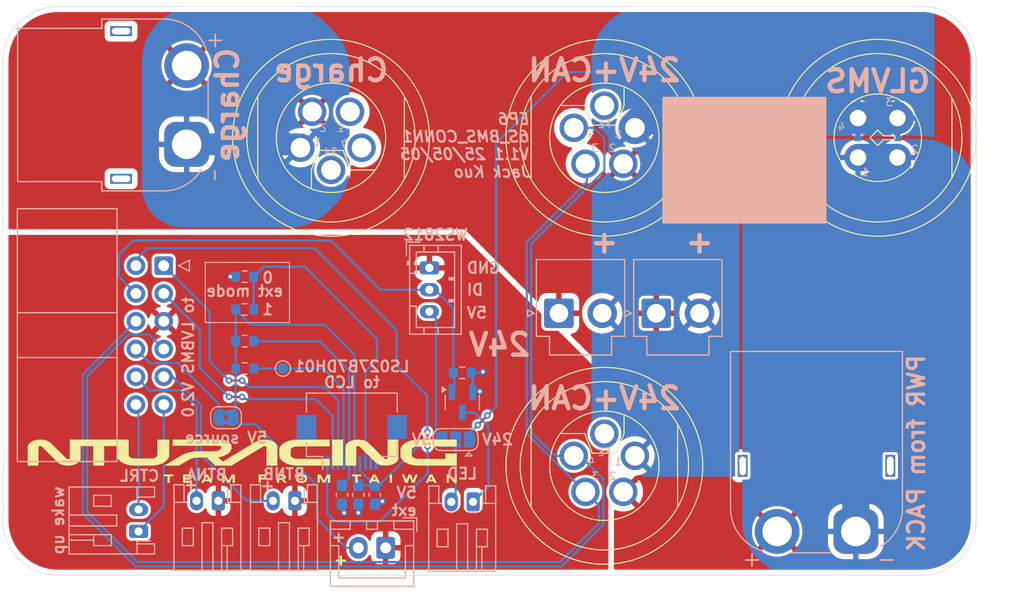
<source format=kicad_pcb>
(kicad_pcb (version 20240108) (generator "pcbnew") (generator_version "8.0")
  (title_block (title "6S_BMS_CONN1") (date "2025-05-05") (rev "1.1") (company "NTURacing") (comment 1 "Jack Kuo"))
  (layers (0 "F.Cu" signal) (31 "B.Cu" signal) (34 "B.Paste" user) (35 "F.Paste" user) (36 "B.SilkS" user "B.Silkscreen") (37 "F.SilkS" user "F.Silkscreen") (38 "B.Mask" user) (39 "F.Mask" user) (44 "Edge.Cuts" user))
  (net 0 "")
  (net 1 "GND")
  (net 2 "/DISP")
  (net 3 "+5V")
  (net 4 "+24V")
  (net 5 "/PACK+")
  (net 6 "/CANH")
  (net 7 "/CANL")
  (net 9 "GNDPWR")
  (net 10 "/CHG_EXT")
  (net 15 "/DISP_CS")
  (net 16 "/DISP_DIN")
  (net 17 "/DISP_CLK")
  (net 18 "/EXTMODE")
  (net 19 "/EXTCOMIN")
  (net 20 "/STATUS_LED")
  (net 21 "/BTN_A")
  (net 22 "/MODE_BTN_1")
  (net 23 "/MODE_BTN_2")
  (net 24 "/BTN_B")
  (net 25 "Net-(J11-Pin_2)")
  (net 26 "Net-(J11-Pin_1)")
  (net 27 "5V")
  (footprint "nturt_kicad_lib_EP6:NianYeong-M12-L-F5P" (layer "F.Cu") (at 120 61 180)
    (property "Reference" "J5" (hide yes))
    (property "Value" "24V_charge")
  )
  (footprint "nturt_kicad_lib_EP6:NianYeong-M12-L-F5P" (layer "F.Cu") (at 145 61)
    (property "Reference" "J2" (hide yes))
    (property "Value" "24V_CAN_4P")
  )
  (footprint "nturt_kicad_lib_EP6:NianYeong-M12-L-F5P" (layer "F.Cu") (at 145 91)
    (property "Reference" "J6" (hide yes))
    (property "Value" "24V_CAN_4P")
  )
  (footprint "nturt_kicad_lib_EP6:NianYeong-M12-T-M4P" (layer "F.Cu") (at 170 61 -45)
    (property "Reference" "J1" (hide yes))
    (property "Value" "GLVMS")
  )
  (footprint "Connector_JST:JST_XH_B2B-XH-A_1x02_P2.50mm_Vertical" (layer "B.Cu") (at 125 98.5 180)
    (property "Reference" "J13" (hide yes))
    (property "Value" "5V_ext")
  )
  (footprint "Connector_JST:JST_PH_S2B-PH-K_1x02_P2.00mm_Horizontal" (layer "B.Cu") (at 133 94.3 180)
    (property "Reference" "J11" (hide yes))
    (property "Value" "LED")
  )
  (footprint "Capacitor_SMD:C_0603_1608Metric_Pad1.08x0.95mm_HandSolder" (layer "B.Cu") (at 124 93.65 -90)
    (property "Reference" "C3" (hide yes))
    (property "Value" "10u")
  )
  (footprint "Connector_FFC-FPC:Hirose_FH12-10S-0.5SH_1x10-1MP_P0.50mm_Horizontal" (layer "B.Cu") (at 121.9 88.85)
    (property "Reference" "J8" (hide yes))
    (property "Value" "Sharp Memory LCD")
  )
  (footprint "Package_TO_SOT_SMD:SOT-23" (layer "B.Cu") (at 132 85.2 -90)
    (property "Reference" "Q1" (hide yes))
    (property "Value" "2N7002")
  )
  (footprint "Connector_IDC:IDC-Header_2x06_P2.54mm_Horizontal" (layer "B.Cu") (at 104.7 72.7 180)
    (property "Reference" "J7" (hide yes))
    (property "Value" "Front Panel")
  )
  (footprint "Resistor_SMD:R_0603_1608Metric" (layer "B.Cu") (at 112.1 73.7)
    (property "Reference" "R5" (hide yes))
    (property "Value" "100k")
  )
  (footprint "Capacitor_SMD:C_0603_1608Metric_Pad1.08x0.95mm_HandSolder" (layer "B.Cu") (at 121 93.65 -90)
    (property "Reference" "C1" (hide yes))
    (property "Value" "100n")
  )
  (footprint "Capacitor_SMD:C_0603_1608Metric_Pad1.08x0.95mm_HandSolder" (layer "B.Cu") (at 122.5 93.65 -90)
    (property "Reference" "C2" (hide yes))
    (property "Value" "1u")
  )
  (footprint "Resistor_SMD:R_0603_1608Metric" (layer "B.Cu") (at 112.1 82.1 180)
    (property "Reference" "R2" (hide yes))
    (property "Value" "100k")
  )
  (footprint "Connector_JST:JST_PH_S2B-PH-K_1x02_P2.00mm_Horizontal" (layer "B.Cu") (at 102.4 97 90)
    (property "Reference" "SW1" (hide yes))
    (property "Value" "MODE_CTL_BTN")
  )
  (footprint "TestPoint:TestPoint_Pad_D1.0mm" (layer "B.Cu") (at 115.6 82.1 180)
    (property "Reference" "TP1" (hide yes))
    (property "Value" "EXTCOMIN")
  )
  (footprint "Connector_JST:JST_PH_S2B-PH-K_1x02_P2.00mm_Horizontal" (layer "B.Cu") (at 109.7 94.2 180)
    (property "Reference" "SW2" (hide yes))
    (property "Value" "BTNA")
  )
  (footprint "Connector_JST:JST_VH_B2P-VH_1x02_P3.96mm_Vertical" (layer "B.Cu") (at 149.7425 77.05)
    (property "Reference" "J10" (hide yes))
    (property "Value" "24V")
  )
  (footprint "Jumper:SolderJumper-2_P1.3mm_Bridged2Bar_RoundedPad1.0x1.5mm" (layer "B.Cu") (at 110.4 86.6)
    (property "Reference" "JP2" (hide yes))
    (property "Value" "5V source")
  )
  (footprint "Connector_AMASS:AMASS_XT60PW-M_1x02_P7.20mm_Horizontal" (layer "B.Cu") (at 168 97 180)
    (property "Reference" "J3" (hide yes))
    (property "Value" "Power In")
  )
  (footprint "Resistor_SMD:R_0603_1608Metric" (layer "B.Cu") (at 112.1 76.7 180)
    (property "Reference" "R4" (hide yes))
    (property "Value" "100k")
  )
  (footprint "Connector_JST:JST_PH_B3B-PH-K_1x03_P2.00mm_Vertical" (layer "B.Cu") (at 129 72.9 -90)
    (property "Reference" "J12" (hide yes))
    (property "Value" "WS2812")
  )
  (footprint "Connector_AMASS:AMASS_XT60PW-F_1x02_P7.20mm_Horizontal" (layer "B.Cu") (at 106.8 61.6 -90)
    (property "Reference" "J4" (hide yes))
    (property "Value" "Charge")
  )
  (footprint "Resistor_SMD:R_0603_1608Metric" (layer "B.Cu") (at 112.1 79.6 180)
    (property "Reference" "R3" (hide yes))
    (property "Value" "100k")
  )
  (footprint "Resistor_SMD:R_0603_1608Metric" (layer "B.Cu") (at 132 82.5 180)
    (property "Reference" "R1" (hide yes))
    (property "Value" "100k")
  )
  (footprint "Connector_JST:JST_PH_S2B-PH-K_1x02_P2.00mm_Horizontal" (layer "B.Cu") (at 116.7 94.2 180)
    (property "Reference" "SW3" (hide yes))
    (property "Value" "BTNB")
  )
  (footprint "Jumper:SolderJumper-3_P1.3mm_Open_RoundedPad1.0x1.5mm" (layer "B.Cu") (at 131.4 88.6 180)
    (property "Reference" "JP1" (hide yes))
    (property "Value" "SolderJumper_3_Open")
  )
  (footprint "Connector_JST:JST_VH_B2P-VH_1x02_P3.96mm_Vertical" (layer "B.Cu") (at 140.8425 77.05)
    (property "Reference" "J9" (hide yes))
    (property "Value" "24V")
  )
  (gr_rect (start 150.35 57.3) (end 165.25 68.8) (stroke (width 0.1)) (fill solid) (layer "B.SilkS"))
  (gr_rect (start 108.5 72.4) (end 116.2 77.9) (stroke (width 0.1)) (fill none) (layer "B.SilkS"))
  (gr_poly (pts (xy 129.468381 92.164466) (xy 129.607023 92.429578) (xy 129.649951 92.512426) (xy 129.661865 92.535953) (xy 129.666288 92.545466) (xy 129.666336 92.545959) (xy 129.666087 92.546445) (xy 129.664726 92.547394) (xy 129.662261 92.54831) (xy 129.658748 92.549186) (xy 129.648802 92.550805) (xy 129.635334 92.552213) (xy 129.618789 92.553372) (xy 129.599616 92.554247) (xy 129.578259 92.554799) (xy 129.555165 92.554991) (xy 129.439809 92.554991) (xy 129.403821 92.480907) (xy 129.367841 92.406824) (xy 128.9498 92.406824) (xy 128.914875 92.477733) (xy 128.879949 92.549699) (xy 128.766706 92.552874) (xy 128.743563 92.55317) (xy 128.722057 92.553255) (xy 128.702636 92.553116) (xy 128.685744 92.552742) (xy 128.671829 92.55212) (xy 128.666127 92.551712) (xy 128.661337 92.551237) (xy 128.657514 92.550695) (xy 128.654715 92.550082) (xy 128.653716 92.549749) (xy 128.652994 92.549398) (xy 128.652556 92.549029) (xy 128.652408 92.548641) (xy 128.667076 92.518264) (xy 128.707045 92.439765) (xy 128.80503 92.250588) (xy 129.035497 92.250588) (xy 129.03581 92.250984) (xy 129.037421 92.25177) (xy 129.04029 92.252544) (xy 129.044354 92.2533) (xy 129.055801 92.25473) (xy 129.071242 92.256012) (xy 129.090155 92.257095) (xy 129.11202 92.25793) (xy 129.136316 92.258467) (xy 129.162521 92.258658) (xy 129.293757 92.258658) (xy 129.229197 92.126366) (xy 129.216344 92.100019) (xy 129.204161 92.075334) (xy 129.192921 92.052882) (xy 129.182896 92.033233) (xy 129.174359 92.016957) (xy 129.167583 92.004625) (xy 129.164941 92.000116) (xy 129.162841 91.996807) (xy 129.161317 91.994769) (xy 129.160783 91.99425) (xy 129.160405 91.994074) (xy 129.158491 91.996474) (xy 129.154519 92.0033) (xy 129.141489 92.027991) (xy 129.102728 92.105861) (xy 129.061585 92.191867) (xy 129.045577 92.226728) (xy 129.035523 92.250191) (xy 129.035497 92.250588) (xy 128.80503 92.250588) (xy 128.838674 92.185632) (xy 129.035523 91.810983) (xy 129.037053 91.808165) (xy 129.038934 91.805652) (xy 129.041267 91.803427) (xy 129.044155 91.801474) (xy 129.047701 91.799775) (xy 129.052006 91.798314) (xy 129.057173 91.797072) (xy 129.063305 91.796034) (xy 129.070503 91.795181) (xy 129.07887 91.794498) (xy 129.09952 91.79357) (xy 129.126074 91.793113) (xy 129.15935 91.792991) (xy 129.274706 91.792991)) (stroke (width -0.000001)) (fill solid) (layer "F.SilkS"))
  (gr_poly (pts (xy 108.646631 91.793041) (xy 108.659428 91.79319) (xy 108.671376 91.793438) (xy 108.682484 91.793785) (xy 108.692761 91.794231) (xy 108.702216 91.794777) (xy 108.710859 91.795422) (xy 108.718699 91.796166) (xy 108.725745 91.797009) (xy 108.732007 91.797952) (xy 108.737493 91.798994) (xy 108.742214 91.800135) (xy 108.746178 91.801375) (xy 108.747879 91.802032) (xy 108.749395 91.802714) (xy 108.750726 91.803421) (xy 108.751874 91.804153) (xy 108.75284 91.80491) (xy 108.753624 91.805691) (xy 108.767714 91.830628) (xy 108.798868 91.888506) (xy 108.842326 91.970592) (xy 108.893325 92.068157) (xy 109.003127 92.278766) (xy 109.051083 92.369981) (xy 109.085942 92.435399) (xy 109.148383 92.554991) (xy 108.91555 92.554991) (xy 108.879566 92.483025) (xy 108.843584 92.412116) (xy 108.636151 92.408941) (xy 108.427658 92.406824) (xy 108.390616 92.480907) (xy 108.353574 92.554991) (xy 108.242449 92.554991) (xy 108.221682 92.554933) (xy 108.203365 92.554724) (xy 108.187392 92.554314) (xy 108.180252 92.554018) (xy 108.173658 92.553651) (xy 108.167597 92.553209) (xy 108.162057 92.552685) (xy 108.157023 92.552072) (xy 108.152483 92.551363) (xy 108.148424 92.550553) (xy 108.144832 92.549635) (xy 108.141694 92.548603) (xy 108.138998 92.54745) (xy 108.136729 92.54617) (xy 108.134875 92.544757) (xy 108.134099 92.543998) (xy 108.133422 92.543203) (xy 108.132843 92.542372) (xy 108.132358 92.541503) (xy 108.131968 92.540596) (xy 108.131669 92.539651) (xy 108.131342 92.537639) (xy 108.131364 92.535462) (xy 108.131722 92.533113) (xy 108.132402 92.530586) (xy 108.133391 92.527874) (xy 108.134676 92.524971) (xy 108.136245 92.52187) (xy 108.138083 92.518566) (xy 108.140178 92.515052) (xy 108.145084 92.507366) (xy 108.16415 92.473714) (xy 108.204747 92.397696) (xy 108.277367 92.258658) (xy 108.501741 92.258658) (xy 108.634033 92.258658) (xy 108.660684 92.258561) (xy 108.685511 92.258277) (xy 108.707982 92.25782) (xy 108.727563 92.257202) (xy 108.743721 92.256436) (xy 108.755923 92.255532) (xy 108.760374 92.255033) (xy 108.763635 92.254505) (xy 108.765641 92.253949) (xy 108.766152 92.25366) (xy 108.766324 92.253366) (xy 108.765028 92.249635) (xy 108.761314 92.241179) (xy 108.747672 92.212223) (xy 108.727481 92.170766) (xy 108.702825 92.121074) (xy 108.677971 92.071763) (xy 108.666939 92.050195) (xy 108.657184 92.031381) (xy 108.648968 92.01584) (xy 108.64255 92.004095) (xy 108.638191 91.996666) (xy 108.636865 91.994733) (xy 108.636429 91.99424) (xy 108.636151 91.994074) (xy 108.63441 91.996764) (xy 108.630164 92.004476) (xy 108.615248 92.032836) (xy 108.567358 92.126366) (xy 108.501741 92.258658) (xy 108.277367 92.258658) (xy 108.327117 92.163408) (xy 108.39275 92.036093) (xy 108.448957 91.928325) (xy 108.508091 91.816274) (xy 108.510807 91.812525) (xy 108.5135 91.809197) (xy 108.516321 91.806266) (xy 108.519418 91.803707) (xy 108.522944 91.801495) (xy 108.527048 91.799606) (xy 108.531881 91.798014) (xy 108.537592 91.796695) (xy 108.544333 91.795625) (xy 108.552254 91.794777) (xy 108.561505 91.794128) (xy 108.572236 91.793653) (xy 108.598742 91.793123) (xy 108.632974 91.792991)) (stroke (width -0.000001)) (fill solid) (layer "F.SilkS"))
  (gr_poly (pts (xy 111.067142 91.795108) (xy 111.205782 91.798282) (xy 111.205782 92.549699) (xy 111.103126 92.552874) (xy 110.999407 92.556049) (xy 110.999407 92.031116) (xy 110.862884 92.290408) (xy 110.726357 92.549699) (xy 110.626876 92.552874) (xy 110.527393 92.556049) (xy 110.390865 92.296757) (xy 110.253282 92.037466) (xy 110.250107 92.296757) (xy 110.24799 92.556049) (xy 110.144274 92.552874) (xy 110.041616 92.549699) (xy 110.038441 92.184574) (xy 110.038044 92.0416) (xy 110.038441 91.922637) (xy 110.039631 91.840186) (xy 110.040524 91.81656) (xy 110.041045 91.80983) (xy 110.041616 91.806749) (xy 110.042627 91.804851) (xy 110.044497 91.803119) (xy 110.047267 91.80155) (xy 110.050976 91.800135) (xy 110.055664 91.798869) (xy 110.061373 91.797745) (xy 110.076013 91.795901) (xy 110.095216 91.794554) (xy 110.119306 91.793653) (xy 110.148605 91.793148) (xy 110.183434 91.792991) (xy 110.321018 91.792991) (xy 110.4713 92.074508) (xy 110.492908 92.114965) (xy 110.51255 92.151512) (xy 110.53032 92.184303) (xy 110.54631 92.213496) (xy 110.560613 92.239248) (xy 110.573322 92.261715) (xy 110.584531 92.281053) (xy 110.594332 92.297419) (xy 110.602818 92.31097) (xy 110.606597 92.316739) (xy 110.610083 92.321862) (xy 110.613286 92.32636) (xy 110.616219 92.330252) (xy 110.618893 92.333558) (xy 110.621319 92.336296) (xy 110.62351 92.338488) (xy 110.625477 92.340152) (xy 110.627232 92.341307) (xy 110.628786 92.341974) (xy 110.629491 92.342131) (xy 110.63015 92.342173) (xy 110.630765 92.342102) (xy 110.631337 92.341921) (xy 110.631868 92.341633) (xy 110.632359 92.34124) (xy 110.633226 92.340149) (xy 110.649034 92.313129) (xy 110.683495 92.250985) (xy 110.787741 92.058632) (xy 110.92956 91.791933)) (stroke (width -0.000001)) (fill solid) (layer "F.SilkS"))
  (gr_poly (pts (xy 119.884117 88.602117) (xy 119.884117 89.226533) (xy 118.32625 89.22865) (xy 117.760619 89.229702) (xy 117.533957 89.230303) (xy 117.340727 89.231114) (xy 117.177927 89.232253) (xy 117.042552 89.23384) (xy 116.931601 89.235995) (xy 116.884346 89.237322) (xy 116.84207 89.238836) (xy 116.804399 89.240552) (xy 116.770957 89.242484) (xy 116.741368 89.244647) (xy 116.715258 89.247057) (xy 116.692251 89.249728) (xy 116.671971 89.252675) (xy 116.654043 89.255913) (xy 116.638092 89.259457) (xy 116.623743 89.263322) (xy 116.610619 89.267523) (xy 116.598347 89.272075) (xy 116.586549 89.276992) (xy 116.562879 89.287983) (xy 116.536606 89.300617) (xy 116.517933 89.309678) (xy 116.500375 89.318635) (xy 116.483884 89.327533) (xy 116.46841 89.336418) (xy 116.453904 89.345333) (xy 116.440315 89.354325) (xy 116.427595 89.363437) (xy 116.415693 89.372715) (xy 116.404559 89.382205) (xy 116.394146 89.391949) (xy 116.384402 89.401995) (xy 116.375278 89.412386) (xy 116.366724 89.423168) (xy 116.358692 89.434386) (xy 116.35113 89.446084) (xy 116.34399 89.458308) (xy 116.31224 89.512283) (xy 116.31224 89.790625) (xy 116.312362 89.872809) (xy 116.312819 89.938312) (xy 116.313215 89.965517) (xy 116.313747 89.989403) (xy 116.31443 90.010254) (xy 116.315283 90.028353) (xy 116.316321 90.043984) (xy 116.317563 90.05743) (xy 116.319024 90.068976) (xy 116.320723 90.078905) (xy 116.322676 90.0875) (xy 116.324901 90.095046) (xy 116.327414 90.101827) (xy 116.330232 90.108125) (xy 116.336466 90.120027) (xy 116.343639 90.131902) (xy 116.351724 90.143725) (xy 116.360693 90.155469) (xy 116.370517 90.167107) (xy 116.381169 90.178613) (xy 116.392621 90.189962) (xy 116.404845 90.201126) (xy 116.417814 90.212079) (xy 116.431498 90.222795) (xy 116.445871 90.233247) (xy 116.460904 90.24341) (xy 116.47657 90.253256) (xy 116.49284 90.262759) (xy 116.509687 90.271894) (xy 116.527083 90.280633) (xy 116.582123 90.307617) (xy 116.634819 90.327431) (xy 116.710607 90.341243) (xy 116.834926 90.350218) (xy 117.033213 90.355522) (xy 117.330904 90.358321) (xy 118.32625 90.361066) (xy 119.889409 90.3653) (xy 119.889409 90.989717) (xy 118.273333 90.985483) (xy 117.417802 90.98292) (xy 117.128025 90.981297) (xy 116.913109 90.979265) (xy 116.760204 90.976688) (xy 116.656463 90.973428) (xy 116.619013 90.9715) (xy 116.589035 90.96935) (xy 116.564924 90.966961) (xy 116.545073 90.964316) (xy 116.45718 90.949621) (xy 116.372104 90.932922) (xy 116.289859 90.914226) (xy 116.210458 90.89354) (xy 116.133917 90.87087) (xy 116.060248 90.846221) (xy 115.989465 90.819601) (xy 115.921584 90.791014) (xy 115.856616 90.760468) (xy 115.794578 90.727969) (xy 115.735481 90.693523) (xy 115.679342 90.657135) (xy 115.626172 90.618813) (xy 115.575987 90.578562) (xy 115.5288 90.536389) (xy 115.484625 90.4923) (xy 115.466581 90.472847) (xy 115.449709 90.4541) (xy 115.43394 90.43595) (xy 115.419207 90.418283) (xy 115.405441 90.400987) (xy 115.392575 90.383953) (xy 115.38054 90.367067) (xy 115.369267 90.350218) (xy 115.358688 90.333295) (xy 115.348737 90.316186) (xy 115.339343 90.29878) (xy 115.330439 90.280964) (xy 115.321956 90.262627) (xy 115.313828 90.243658) (xy 115.305984 90.223944) (xy 115.298358 90.203375) (xy 115.269782 90.126117) (xy 115.269782 89.459366) (xy 115.298358 89.382108) (xy 115.304862 89.365084) (xy 115.312297 89.346919) (xy 115.320402 89.328158) (xy 115.328916 89.309348) (xy 115.33758 89.291034) (xy 115.346131 89.273761) (xy 115.35431 89.258076) (xy 115.361857 89.244525) (xy 115.372715 89.227179) (xy 115.386068 89.208254) (xy 115.401657 89.188005) (xy 115.419222 89.166688) (xy 115.438505 89.144558) (xy 115.459247 89.121872) (xy 115.481188 89.098885) (xy 115.504071 89.075853) (xy 115.527636 89.053032) (xy 115.551624 89.030677) (xy 115.575776 89.009045) (xy 115.599833 88.988392) (xy 115.623538 88.968972) (xy 115.646629 88.951042) (xy 115.668849 88.934858) (xy 115.68994 88.920675) (xy 115.742423 88.887983) (xy 115.796672 88.856983) (xy 115.852667 88.827678) (xy 115.910388 88.800074) (xy 115.969813 88.774176) (xy 116.030924 88.749988) (xy 116.0937 88.727514) (xy 116.158121 88.706759) (xy 116.224167 88.687729) (xy 116.291816 88.670427) (xy 116.361051 88.654858) (xy 116.431849 88.641027) (xy 116.504192 88.628938) (xy 116.578059 88.618597) (xy 116.653429 88.610008) (xy 116.730283 88.603175) (xy 118.328365 88.601058)) (stroke (width -0.000001)) (fill solid) (layer "F.SilkS"))
  (gr_poly (pts (xy 125.47529 91.795108) (xy 125.57795 91.798282) (xy 125.57795 92.549699) (xy 125.47529 92.552874) (xy 125.371572 92.556049) (xy 125.371572 91.791933)) (stroke (width -0.000001)) (fill solid) (layer "F.SilkS"))
  (gr_poly (pts (xy 122.757488 91.962324) (xy 122.439991 91.962324) (xy 122.439991 92.556049) (xy 122.337331 92.552874) (xy 122.233616 92.549699) (xy 122.230441 92.255483) (xy 122.228325 91.962324) (xy 121.910823 91.962324) (xy 121.910823 91.792991) (xy 122.757488 91.792991)) (stroke (width -0.000001)) (fill solid) (layer "F.SilkS"))
  (gr_poly (pts (xy 98.8 88.6) (xy 101.490284 88.602117) (xy 101.495575 89.332367) (xy 101.500867 90.062617) (xy 101.529442 90.112358) (xy 101.53617 90.122904) (xy 101.543281 90.133128) (xy 101.550811 90.143054) (xy 101.558795 90.152707) (xy 101.567268 90.162112) (xy 101.576267 90.171294) (xy 101.585828 90.180277) (xy 101.595985 90.189087) (xy 101.606775 90.197748) (xy 101.618233 90.206285) (xy 101.630394 90.214723) (xy 101.643296 90.223086) (xy 101.656972 90.2314) (xy 101.671459 90.239689) (xy 101.686793 90.247978) (xy 101.703008 90.256291) (xy 101.751526 90.280608) (xy 101.796472 90.298625) (xy 101.822164 90.305565) (xy 101.852432 90.311283) (xy 101.933989 90.319527) (xy 102.055731 90.324298) (xy 102.232241 90.326538) (xy 102.807909 90.3272) (xy 103.089576 90.327119) (xy 103.30726 90.326753) (xy 103.4701 90.325916) (xy 103.533811 90.325263) (xy 103.587239 90.324422) (xy 103.631526 90.32337) (xy 103.667815 90.322084) (xy 103.697248 90.32054) (xy 103.720969 90.318716) (xy 103.740119 90.316589) (xy 103.755842 90.314134) (xy 103.76928 90.311328) (xy 103.781575 90.30815) (xy 103.809616 90.299575) (xy 103.836933 90.290154) (xy 103.863447 90.279933) (xy 103.889079 90.268958) (xy 103.913749 90.257277) (xy 103.937379 90.244935) (xy 103.959891 90.231979) (xy 103.981203 90.218456) (xy 104.001238 90.204412) (xy 104.019917 90.189894) (xy 104.03716 90.174947) (xy 104.052888 90.159619) (xy 104.06016 90.151827) (xy 104.067023 90.143957) (xy 104.073468 90.136014) (xy 104.079485 90.128006) (xy 104.085064 90.119937) (xy 104.090195 90.111813) (xy 104.094868 90.103641) (xy 104.099074 90.095425) (xy 104.106414 90.078554) (xy 104.111956 90.0563) (xy 104.115985 90.020006) (xy 104.118786 89.961016) (xy 104.121845 89.740321) (xy 104.123416 89.324958) (xy 104.125533 88.602117) (xy 105.205033 88.602117) (xy 105.205033 90.10495) (xy 105.180693 90.179033) (xy 105.173434 90.199562) (xy 105.165539 90.219889) (xy 105.156989 90.240032) (xy 105.147768 90.260012) (xy 105.137859 90.27985) (xy 105.127245 90.299565) (xy 105.115908 90.319178) (xy 105.103831 90.338709) (xy 105.090998 90.358178) (xy 105.077391 90.377605) (xy 105.062994 90.39701) (xy 105.047789 90.416414) (xy 105.031759 90.435836) (xy 105.014887 90.455297) (xy 104.997156 90.474817) (xy 104.97855 90.494416) (xy 104.934567 90.537586) (xy 104.887581 90.578973) (xy 104.83764 90.61856) (xy 104.784792 90.656325) (xy 104.729086 90.692248) (xy 104.670569 90.726309) (xy 104.609289 90.758488) (xy 104.545295 90.788765) (xy 104.478634 90.81712) (xy 104.409355 90.843532) (xy 104.337505 90.867981) (xy 104.263133 90.890448) (xy 104.186287 90.910912) (xy 104.107015 90.929352) (xy 104.025364 90.945749) (xy 103.941384 90.960083) (xy 103.835881 90.973544) (xy 103.770454 90.977682) (xy 103.679975 90.980456) (xy 103.37405 90.983003) (xy 102.818491 90.983367) (xy 102.353668 90.982705) (xy 102.178996 90.981804) (xy 102.038368 90.980456) (xy 101.928448 90.978612) (xy 101.8459 90.976222) (xy 101.787388 90.973238) (xy 101.749576 90.969608) (xy 101.657505 90.955793) (xy 101.568243 90.939756) (xy 101.481817 90.921504) (xy 101.398258 90.901048) (xy 101.317595 90.878396) (xy 101.239857 90.853559) (xy 101.165075 90.826545) (xy 101.093276 90.797364) (xy 101.024491 90.766025) (xy 100.95875 90.732537) (xy 100.896081 90.69691) (xy 100.836515 90.659153) (xy 100.78008 90.619275) (xy 100.726806 90.577285) (xy 100.676722 90.533193) (xy 100.629859 90.487008) (xy 100.612139 90.468193) (xy 100.595457 90.449791) (xy 100.579757 90.431721) (xy 100.564986 90.4139) (xy 100.55109 90.396248) (xy 100.538013 90.37868) (xy 100.525703 90.361115) (xy 100.514104 90.343472) (xy 100.503162 90.325667) (xy 100.492823 90.307618) (xy 100.483034 90.289245) (xy 100.473738 90.270463) (xy 100.464883 90.251192) (xy 100.456414 90.231348) (xy 100.448277 90.21085) (xy 100.440417 90.189616) (xy 100.410783 90.10495) (xy 100.407609 89.651983) (xy 100.404433 89.200075) (xy 99.251909 89.200075) (xy 99.251909 90.988658) (xy 98.257075 90.988658) (xy 98.257075 89.200075) (xy 97.103492 89.200075) (xy 97.103492 89.775808) (xy 97.103327 89.990848) (xy 97.102934 90.078301) (xy 97.102169 90.153898) (xy 97.100908 90.218778) (xy 97.099027 90.274084) (xy 97.097815 90.298504) (xy 97.096402 90.320957) (xy 97.094772 90.341587) (xy 97.092909 90.360537) (xy 97.090798 90.377949) (xy 97.088423 90.393966) (xy 97.08577 90.408729) (xy 97.082821 90.422383) (xy 97.079563 90.43507) (xy 97.075979 90.446932) (xy 97.072055 90.458111) (xy 97.067773 90.468752) (xy 97.06312 90.478995) (xy 97.058079 90.488984) (xy 97.052635 90.498861) (xy 97.046772 90.50877) (xy 97.033729 90.52925) (xy 97.018825 90.551566) (xy 96.987915 90.593935) (xy 96.95282 90.634484) (xy 96.913669 90.673154) (xy 96.870593 90.709886) (xy 96.823721 90.744622) (xy 96.773185 90.777301) (xy 96.719114 90.807866) (xy 96.661638 90.836258) (xy 96.600888 90.862417) (xy 96.536995 90.886285) (xy 96.470087 90.907802) (xy 96.400296 90.926911) (xy 96.327752 90.943551) (xy 96.252584 90.957665) (xy 96.174924 90.969192) (xy 96.094901 90.978075) (xy 96.04031 90.982297) (xy 95.985005 90.984665) (xy 95.929164 90.985209) (xy 95.872965 90.983962) (xy 95.816586 90.980953) (xy 95.760205 90.976214) (xy 95.704001 90.969777) (xy 95.648152 90.961671) (xy 95.592836 90.951928) (xy 95.538232 90.940578) (xy 95.484517 90.927654) (xy 95.431871 90.913186) (xy 95.380472 90.897204) (xy 95.330497 90.879741) (xy 95.282125 90.860826) (xy 95.235534 90.840492) (xy 95.183417 90.814715) (xy 95.13233 90.783705) (xy 95.104053 90.763393) (xy 95.072288 90.738358) (xy 94.993308 90.66957) (xy 94.885406 90.568239) (xy 94.738597 90.425261) (xy 94.288326 89.97795) (xy 94.106518 89.796491) (xy 93.950271 89.641301) (xy 93.818754 89.51156) (xy 93.711137 89.40645) (xy 93.626588 89.325152) (xy 93.564277 89.266849) (xy 93.541201 89.246064) (xy 93.523372 89.230721) (xy 93.510687 89.220717) (xy 93.503043 89.21595) (xy 93.488732 89.210899) (xy 93.473686 89.206849) (xy 93.458064 89.203781) (xy 93.442023 89.201679) (xy 93.425722 89.200526) (xy 93.409318 89.200304) (xy 93.39297 89.200997) (xy 93.376836 89.202588) (xy 93.361074 89.20506) (xy 93.345843 89.208395) (xy 93.3313 89.212576) (xy 93.317603 89.217587) (xy 93.304911 89.22341) (xy 93.298991 89.226621) (xy 93.293381 89.230028) (xy 93.288102 89.233631) (xy 93.283172 89.237425) (xy 93.278613 89.24141) (xy 93.274443 89.245583) (xy 93.251159 89.269925) (xy 93.249043 90.127175) (xy 93.245867 90.983367) (xy 92.751626 90.986541) (xy 92.256326 90.988658) (xy 92.256326 90.10495) (xy 92.256411 89.819425) (xy 92.256806 89.602126) (xy 92.257185 89.515855) (xy 92.257721 89.442795) (xy 92.25844 89.381662) (xy 92.259369 89.331176) (xy 92.260533 89.290053) (xy 92.261959 89.257012) (xy 92.262778 89.243121) (xy 92.263673 89.23077) (xy 92.264647 89.219799) (xy 92.265702 89.210046) (xy 92.266843 89.201353) (xy 92.268072 89.193558) (xy 92.269393 89.186501) (xy 92.27081 89.180022) (xy 92.273941 89.168158) (xy 92.277493 89.156683) (xy 92.298749 89.104157) (xy 92.32625 89.053429) (xy 92.359767 89.004637) (xy 92.399069 88.957915) (xy 92.443927 88.913401) (xy 92.494112 88.871231) (xy 92.549394 88.831541) (xy 92.609545 88.794469) (xy 92.674333 88.760149) (xy 92.743531 88.72872) (xy 92.816909 88.700316) (xy 92.894236 88.675075) (xy 92.975285 88.653134) (xy 93.059824 88.634627) (xy 93.147626 88.619693) (xy 93.238459 88.608467) (xy 93.283565 88.604928) (xy 93.338158 88.602977) (xy 93.399026 88.602513) (xy 93.462958 88.60344) (xy 93.526741 88.605655) (xy 93.587163 88.609062) (xy 93.641012 88.61356) (xy 93.685076 88.61905) (xy 93.727087 88.625984) (xy 93.768211 88.633693) (xy 93.808475 88.642183) (xy 93.84791 88.651461) (xy 93.886545 88.661533) (xy 93.92441 88.672405) (xy 93.961534 88.684083) (xy 93.997946 88.696573) (xy 94.033676 88.709881) (xy 94.068753 88.724015) (xy 94.103207 88.738979) (xy 94.137067 88.754781) (xy 94.170363 88.771426) (xy 94.203124 88.78892) (xy 94.235379 88.807271) (xy 94.267159 88.826483) (xy 94.292908 88.847327) (xy 94.341788 88.891835) (xy 94.505416 89.048469) (xy 94.750999 89.289636) (xy 95.071492 89.608592) (xy 95.253604 89.790005) (xy 95.409994 89.945075) (xy 95.541529 90.074647) (xy 95.649078 90.179562) (xy 95.733509 90.260665) (xy 95.79569 90.318799) (xy 95.818708 90.339516) (xy 95.83649 90.354807) (xy 95.849142 90.364778) (xy 95.856776 90.369533) (xy 95.870819 90.374584) (xy 95.885481 90.378634) (xy 95.900636 90.381702) (xy 95.916158 90.383804) (xy 95.931922 90.384957) (xy 95.947803 90.385179) (xy 95.963674 90.384485) (xy 95.97941 90.382894) (xy 95.994886 90.380423) (xy 96.009975 90.377088) (xy 96.024554 90.372907) (xy 96.038495 90.367896) (xy 96.051673 90.362073) (xy 96.063963 90.355454) (xy 96.075239 90.348058) (xy 96.080457 90.344073) (xy 96.085375 90.3399) (xy 96.108659 90.318733) (xy 96.108659 88.596825)) (stroke (width -0.000001)) (fill solid) (layer "F.SilkS"))
  (gr_poly (pts (xy 131.499324 89.231825) (xy 129.634542 89.233941) (xy 127.768697 89.237116) (xy 127.699908 89.261458) (xy 127.671291 89.272313) (xy 127.644165 89.28346) (xy 127.618505 89.294916) (xy 127.594288 89.306702) (xy 127.571492 89.318834) (xy 127.550093 89.331333) (xy 127.530067 89.344216) (xy 127.511391 89.357502) (xy 127.494043 89.371209) (xy 127.477998 89.385357) (xy 127.463234 89.399964) (xy 127.449727 89.415049) (xy 127.437454 89.430629) (xy 127.426392 89.446724) (xy 127.416517 89.463353) (xy 127.407807 89.480533) (xy 127.399727 89.498289) (xy 127.396424 89.506806) (xy 127.393569 89.515623) (xy 127.391129 89.525148) (xy 127.389073 89.535786) (xy 127.387367 89.547942) (xy 127.385979 89.562025) (xy 127.384025 89.597591) (xy 127.382952 89.645732) (xy 127.382407 89.792742) (xy 127.382537 89.872518) (xy 127.382735 89.905772) (xy 127.383052 89.935054) (xy 127.383511 89.960703) (xy 127.384137 89.983055) (xy 127.384951 90.00245) (xy 127.385979 90.019225) (xy 127.387241 90.033718) (xy 127.388763 90.046266) (xy 127.390567 90.057209) (xy 127.392676 90.066883) (xy 127.395114 90.075627) (xy 127.397904 90.083779) (xy 127.401069 90.091677) (xy 127.404632 90.099658) (xy 127.417715 90.125312) (xy 127.433493 90.149857) (xy 127.451881 90.173251) (xy 127.472796 90.195454) (xy 127.496154 90.216422) (xy 127.521872 90.236115) (xy 127.549865 90.25449) (xy 127.580051 90.271505) (xy 127.612345 90.287119) (xy 127.646664 90.301289) (xy 127.682924 90.313974) (xy 127.721041 90.325133) (xy 127.760931 90.334722) (xy 127.802512 90.342701) (xy 127.845698 90.349027) (xy 127.890407 90.353658) (xy 128.0332 90.357544) (xy 128.332658 90.360934) (xy 129.237664 90.364242) (xy 130.462156 90.364242) (xy 130.462156 89.877408) (xy 131.499324 89.877408) (xy 131.499324 90.988658) (xy 129.682164 90.987599) (xy 128.364011 90.983895) (xy 127.93641 90.980754) (xy 127.74753 90.977016) (xy 127.695164 90.972151) (xy 127.643517 90.966268) (xy 127.592416 90.959343) (xy 127.541686 90.951352) (xy 127.491156 90.942269) (xy 127.44065 90.93207) (xy 127.389995 90.92073) (xy 127.339018 90.908225) (xy 127.249276 90.883812) (xy 127.162721 90.856292) (xy 127.07951 90.825783) (xy 126.999805 90.792403) (xy 126.923765 90.75627) (xy 126.851549 90.717501) (xy 126.783318 90.676215) (xy 126.71923 90.632529) (xy 126.659446 90.586561) (xy 126.604126 90.538428) (xy 126.578189 90.513587) (xy 126.553428 90.488249) (xy 126.529862 90.462429) (xy 126.507513 90.436142) (xy 126.486399 90.409402) (xy 126.46654 90.382224) (xy 126.447957 90.354623) (xy 126.430669 90.326613) (xy 126.414697 90.298209) (xy 126.40006 90.269427) (xy 126.386779 90.24028) (xy 126.374872 90.210783) (xy 126.367143 90.189261) (xy 126.361248 90.167788) (xy 126.35694 90.14195) (xy 126.353971 90.107331) (xy 126.352094 90.059516) (xy 126.35106 89.994089) (xy 126.35053 89.792742) (xy 126.350622 89.678847) (xy 126.35106 89.591394) (xy 126.351487 89.556203) (xy 126.352094 89.525967) (xy 126.352912 89.500134) (xy 126.353971 89.478152) (xy 126.355304 89.459469) (xy 126.35694 89.443533) (xy 126.357882 89.436422) (xy 126.358911 89.429792) (xy 126.360032 89.423572) (xy 126.361248 89.417695) (xy 126.363981 89.406689) (xy 126.367143 89.396222) (xy 126.370763 89.385743) (xy 126.374872 89.3747) (xy 126.408206 89.299715) (xy 126.450393 89.227308) (xy 126.501035 89.157701) (xy 126.559734 89.091116) (xy 126.626092 89.027774) (xy 126.699709 88.967897) (xy 126.780188 88.911706) (xy 126.86713 88.859424) (xy 126.960137 88.811271) (xy 127.05881 88.767471) (xy 127.162751 88.728243) (xy 127.271562 88.693811) (xy 127.384843 88.664396) (xy 127.502197 88.640219) (xy 127.623226 88.621502) (xy 127.74753 88.608467) (xy 128.357792 88.601984) (xy 129.676872 88.597883) (xy 131.499324 88.596825)) (stroke (width -0.000001)) (fill solid) (layer "F.SilkS"))
  (gr_poly (pts (xy 118.908333 91.795108) (xy 119.048032 91.798282) (xy 119.196197 92.075566) (xy 119.254108 92.183797) (xy 119.302296 92.272284) (xy 119.321194 92.306301) (xy 119.3358 92.331997) (xy 119.345494 92.348242) (xy 119.348306 92.352468) (xy 119.349658 92.353908) (xy 119.353486 92.348819) (xy 119.362225 92.334229) (xy 119.392256 92.280618) (xy 119.435382 92.20121) (xy 119.487239 92.104141) (xy 119.586195 91.918668) (xy 119.637521 91.823683) (xy 119.656575 91.792991) (xy 119.931739 91.792991) (xy 119.931739 92.556049) (xy 119.829083 92.552874) (xy 119.725364 92.549699) (xy 119.723248 92.302049) (xy 119.722272 92.206022) (xy 119.720999 92.126763) (xy 119.720281 92.096057) (xy 119.719527 92.072705) (xy 119.718748 92.057762) (xy 119.718353 92.053774) (xy 119.717956 92.052283) (xy 119.716889 92.053192) (xy 119.714524 92.056628) (xy 119.706167 92.070572) (xy 119.676816 92.123191) (xy 119.634168 92.202004) (xy 119.582491 92.298874) (xy 119.450197 92.549699) (xy 119.249114 92.549699) (xy 119.114708 92.295699) (xy 119.09435 92.257695) (xy 119.07607 92.223739) (xy 119.059761 92.193661) (xy 119.04532 92.167294) (xy 119.032639 92.144467) (xy 119.021615 92.125012) (xy 119.01669 92.116496) (xy 119.01214 92.10876) (xy 119.007952 92.101782) (xy 119.004111 92.095542) (xy 119.000605 92.090018) (xy 118.997421 92.085189) (xy 118.994545 92.081034) (xy 118.991965 92.077532) (xy 118.989667 92.074661) (xy 118.987638 92.072401) (xy 118.985864 92.070731) (xy 118.98507 92.07011) (xy 118.984334 92.069629) (xy 118.983655 92.069285) (xy 118.983032 92.069075) (xy 118.982464 92.068996) (xy 118.981947 92.069046) (xy 118.981482 92.069222) (xy 118.981065 92.069523) (xy 118.980697 92.069944) (xy 118.980373 92.070483) (xy 118.980094 92.071138) (xy 118.979858 92.071906) (xy 118.979506 92.073771) (xy 118.979305 92.076056) (xy 118.979241 92.078741) (xy 118.978448 92.168435) (xy 118.976066 92.332741) (xy 118.973949 92.549699) (xy 118.871291 92.552874) (xy 118.767574 92.556049) (xy 118.767574 91.791933)) (stroke (width -0.000001)) (fill solid) (layer "F.SilkS"))
  (gr_poly (pts (xy 114.110908 91.962324) (xy 113.592324 91.962324) (xy 113.592324 92.089324) (xy 114.086566 92.089324) (xy 114.088684 92.168699) (xy 114.090801 92.248074) (xy 113.592324 92.248074) (xy 113.592324 92.556049) (xy 113.489666 92.552874) (xy 113.385949 92.549699) (xy 113.382774 92.184574) (xy 113.382378 92.0416) (xy 113.382775 91.922637) (xy 113.383965 91.840186) (xy 113.384858 91.81656) (xy 113.385379 91.80983) (xy 113.385949 91.806749) (xy 113.387503 91.804851) (xy 113.39109 91.803119) (xy 113.405049 91.800135) (xy 113.429203 91.797745) (xy 113.464928 91.795901) (xy 113.513601 91.794554) (xy 113.576599 91.793653) (xy 113.751074 91.792991) (xy 114.110908 91.792991)) (stroke (width -0.000001)) (fill solid) (layer "F.SilkS"))
  (gr_poly (pts (xy 121.095905 88.597883) (xy 121.095905 90.988658) (xy 120.101075 90.988658) (xy 120.101075 89.80015) (xy 120.101637 89.33779) (xy 120.103191 88.957981) (xy 120.105538 88.700012) (xy 120.106947 88.628997) (xy 120.10848 88.603175) (xy 120.120001 88.60199) (xy 120.150038 88.600843) (xy 120.257575 88.598809) (xy 120.414919 88.597371) (xy 120.605897 88.596825)) (stroke (width -0.000001)) (fill solid) (layer "F.SilkS"))
  (gr_poly (pts (xy 117.317358 91.776521) (xy 117.338824 91.777116) (xy 117.380685 91.779845) (xy 117.420556 91.78407) (xy 117.43975 91.786744) (xy 117.458454 91.789794) (xy 117.47667 91.793221) (xy 117.494399 91.797026) (xy 117.511645 91.801209) (xy 117.52841 91.805771) (xy 117.544695 91.810712) (xy 117.560504 91.816035) (xy 117.575838 91.821738) (xy 117.590701 91.827824) (xy 117.605093 91.834293) (xy 117.619018 91.841145) (xy 117.632478 91.848382) (xy 117.645475 91.856004) (xy 117.658012 91.864012) (xy 117.670091 91.872407) (xy 117.681714 91.88119) (xy 117.692883 91.890361) (xy 117.703602 91.899921) (xy 117.713871 91.909871) (xy 117.723694 91.920211) (xy 117.733073 91.930943) (xy 117.74201 91.942068) (xy 117.750508 91.953585) (xy 117.758568 91.965496) (xy 117.766193 91.977802) (xy 117.773386 91.990502) (xy 117.780149 92.0036) (xy 117.789018 92.022033) (xy 117.792708 92.030449) (xy 117.795941 92.038558) (xy 117.798745 92.04653) (xy 117.801152 92.054536) (xy 117.803189 92.062747) (xy 117.804887 92.071333) (xy 117.806275 92.080464) (xy 117.807382 92.090312) (xy 117.808238 92.101047) (xy 117.808873 92.112839) (xy 117.809595 92.140277) (xy 117.809783 92.173991) (xy 117.809564 92.205646) (xy 117.809266 92.219491) (xy 117.808824 92.232166) (xy 117.808219 92.243788) (xy 117.807439 92.25447) (xy 117.806466 92.264327) (xy 117.805285 92.273474) (xy 117.803881 92.282026) (xy 117.802238 92.290098) (xy 117.800341 92.297803) (xy 117.798174 92.305257) (xy 117.795722 92.312575) (xy 117.792969 92.319872) (xy 117.7899 92.327261) (xy 117.786499 92.334858) (xy 117.771951 92.363309) (xy 117.755296 92.389924) (xy 117.736537 92.414704) (xy 117.715673 92.437648) (xy 117.692707 92.458757) (xy 117.667641 92.47803) (xy 117.640475 92.495468) (xy 117.611212 92.51107) (xy 117.579853 92.524837) (xy 117.5464 92.536768) (xy 117.510853 92.546863) (xy 117.473216 92.555123) (xy 117.433488 92.561548) (xy 117.391672 92.566137) (xy 117.34777 92.56889) (xy 117.301782 92.569808) (xy 117.272334 92.569433) (xy 117.243719 92.568311) (xy 117.215943 92.566443) (xy 117.189008 92.563832) (xy 117.162918 92.560481) (xy 117.137676 92.556392) (xy 117.113286 92.551568) (xy 117.089752 92.546012) (xy 117.067076 92.539725) (xy 117.045263 92.532711) (xy 117.024316 92.524971) (xy 117.004238 92.516509) (xy 116.985033 92.507326) (xy 116.966704 92.497426) (xy 116.949254 92.486811) (xy 116.932689 92.475484) (xy 116.917009 92.463446) (xy 116.902221 92.450701) (xy 116.888325 92.437251) (xy 116.875328 92.423098) (xy 116.86323 92.408246) (xy 116.852037 92.392696) (xy 116.841752 92.376451) (xy 116.832378 92.359513) (xy 116.823919 92.341886) (xy 116.816377 92.323572) (xy 116.809758 92.304572) (xy 116.804063 92.284891) (xy 116.799298 92.264529) (xy 116.795464 92.24349) (xy 116.792566 92.221777) (xy 116.790607 92.199391) (xy 116.789762 92.178476) (xy 116.789769 92.175049) (xy 117.000156 92.175049) (xy 117.000512 92.189519) (xy 117.001575 92.203557) (xy 117.003338 92.217159) (xy 117.005797 92.230322) (xy 117.008945 92.243042) (xy 117.012776 92.255314) (xy 117.017285 92.267135) (xy 117.022464 92.278501) (xy 117.028308 92.289409) (xy 117.034812 92.299853) (xy 117.041968 92.309831) (xy 117.049772 92.319338) (xy 117.058217 92.328371) (xy 117.067296 92.336926) (xy 117.077005 92.344998) (xy 117.087337 92.352585) (xy 117.098286 92.359681) (xy 117.109846 92.366284) (xy 117.12201 92.372389) (xy 117.134774 92.377993) (xy 117.148131 92.383091) (xy 117.162075 92.38768) (xy 117.191699 92.395315) (xy 117.2236 92.400866) (xy 117.257728 92.404302) (xy 117.294036 92.405593) (xy 117.332476 92.404708) (xy 117.365878 92.401977) (xy 117.381736 92.40005) (xy 117.397036 92.397746) (xy 117.411778 92.395063) (xy 117.425965 92.392001) (xy 117.439598 92.388558) (xy 117.452678 92.384732) (xy 117.465209 92.380521) (xy 117.477191 92.375924) (xy 117.488626 92.370939) (xy 117.499515 92.365566) (xy 117.509862 92.359802) (xy 117.519667 92.353645) (xy 117.528932 92.347095) (xy 117.537659 92.340149) (xy 117.545849 92.332807) (xy 117.553505 92.325066) (xy 117.560628 92.316925) (xy 117.56722 92.308383) (xy 117.573282 92.299437) (xy 117.578816 92.290087) (xy 117.583825 92.280331) (xy 117.58831 92.270167) (xy 117.592272 92.259594) (xy 117.595713 92.24861) (xy 117.598635 92.237213) (xy 117.60104 92.225403) (xy 117.60293 92.213177) (xy 117.604306 92.200534) (xy 117.605169 92.187473) (xy 117.605523 92.173991) (xy 117.605062 92.156141) (xy 117.603671 92.139089) (xy 117.602623 92.130856) (xy 117.601337 92.122815) (xy 117.599813 92.114964) (xy 117.598049 92.1073) (xy 117.596043 92.09982) (xy 117.593793 92.092522) (xy 117.591298 92.085403) (xy 117.588557 92.078462) (xy 117.585568 92.071695) (xy 117.582329 92.0651) (xy 117.578839 92.058674) (xy 117.575097 92.052415) (xy 117.5711 92.04632) (xy 117.566847 92.040388) (xy 117.562337 92.034614) (xy 117.557568 92.028997) (xy 117.552539 92.023535) (xy 117.547248 92.018224) (xy 117.541693 92.013063) (xy 117.535873 92.008048) (xy 117.529786 92.003177) (xy 117.523431 91.998448) (xy 117.516807 91.993858) (xy 117.509911 91.989405) (xy 117.495299 91.980898) (xy 117.479583 91.972908) (xy 117.465193 91.96687) (xy 117.448799 91.961464) (xy 117.430677 91.956704) (xy 117.411106 91.952601) (xy 117.390362 91.949167) (xy 117.368725 91.946416) (xy 117.34647 91.944359) (xy 117.323875 91.943009) (xy 117.301219 91.942379) (xy 117.278778 91.94248) (xy 117.25683 91.943326) (xy 117.235653 91.944928) (xy 117.215523 91.947299) (xy 117.19672 91.950451) (xy 117.179519 91.954397) (xy 117.164199 91.959149) (xy 117.143695 91.96719) (xy 117.124637 91.975849) (xy 117.107009 91.98515) (xy 117.090793 91.995116) (xy 117.075973 92.00577) (xy 117.06908 92.011363) (xy 117.06253 92.017136) (xy 117.056321 92.023093) (xy 117.050449 92.029237) (xy 117.044913 92.03557) (xy 117.039712 92.042096) (xy 117.034842 92.048817) (xy 117.030302 92.055736) (xy 117.026089 92.062857) (xy 117.022202 92.070181) (xy 117.018638 92.077713) (xy 117.015395 92.085454) (xy 117.01247 92.093408) (xy 117.009863 92.101578) (xy 117.007571 92.109966) (xy 117.005591 92.118576) (xy 117.00256 92.136472) (xy 117.000754 92.155288) (xy 117.000156 92.175049) (xy 116.789769 92.175049) (xy 116.789805 92.158001) (xy 116.790727 92.137975) (xy 116.792523 92.118404) (xy 116.795187 92.099294) (xy 116.798711 92.080654) (xy 116.803091 92.06249) (xy 116.808318 92.044808) (xy 116.814387 92.027616) (xy 116.821292 92.010922) (xy 116.829025 91.994731) (xy 116.837581 91.979051) (xy 116.846954 91.963888) (xy 116.857136 91.949251) (xy 116.868122 91.935145) (xy 116.879904 91.921578) (xy 116.892478 91.908557) (xy 116.905835 91.896088) (xy 116.919971 91.884179) (xy 116.934878 91.872837) (xy 116.950549 91.862068) (xy 116.96698 91.85188) (xy 116.984163 91.84228) (xy 117.002092 91.833273) (xy 117.02076 91.824869) (xy 117.040162 91.817073) (xy 117.06029 91.809892) (xy 117.081138 91.803334) (xy 117.1027 91.797405) (xy 117.12497 91.792113) (xy 117.171607 91.783466) (xy 117.18717 91.781283) (xy 117.205622 91.779497) (xy 117.226282 91.778108) (xy 117.248468 91.777116) (xy 117.271497 91.776521) (xy 117.294688 91.776322)) (stroke (width -0.000001)) (fill solid) (layer "F.SilkS"))
  (gr_poly (pts (xy 126.165323 89.478416) (xy 126.165205 89.733096) (xy 126.164777 89.936096) (xy 126.163928 90.093579) (xy 126.162545 90.211709) (xy 126.160517 90.296651) (xy 126.159226 90.328602) (xy 126.157733 90.354567) (xy 126.156022 90.375318) (xy 126.15408 90.391623) (xy 126.151893 90.404255) (xy 126.149448 90.413983) (xy 126.138628 90.446022) (xy 126.125457 90.477432) (xy 126.109998 90.508181) (xy 126.092311 90.538242) (xy 126.050501 90.596181) (xy 126.000521 90.651016) (xy 125.942865 90.702516) (xy 125.878024 90.750446) (xy 125.806492 90.794575) (xy 125.728761 90.83467) (xy 125.645326 90.870499) (xy 125.556679 90.901829) (xy 125.463312 90.928428) (xy 125.36572 90.950062) (xy 125.264394 90.9665) (xy 125.159828 90.977508) (xy 125.052515 90.982855) (xy 124.942947 90.982308) (xy 124.88964 90.979864) (xy 124.837258 90.976099) (xy 124.785784 90.971006) (xy 124.735201 90.964581) (xy 124.685493 90.956816) (xy 124.636642 90.947705) (xy 124.588632 90.937243) (xy 124.541444 90.925423) (xy 124.495063 90.912238) (xy 124.44947 90.897683) (xy 124.40465 90.881751) (xy 124.360584 90.864436) (xy 124.317257 90.845732) (xy 124.27465 90.825633) (xy 124.232747 90.804133) (xy 124.19153 90.781224) (xy 124.161509 90.761823) (xy 124.123997 90.732574) (xy 124.072097 90.686905) (xy 123.998915 90.618241) (xy 123.761121 90.385639) (xy 123.355449 89.982183) (xy 123.014781 89.64398) (xy 122.882343 89.513523) (xy 122.774027 89.407773) (xy 122.688978 89.325934) (xy 122.62634 89.267213) (xy 122.603158 89.246274) (xy 122.585257 89.230816) (xy 122.572531 89.220741) (xy 122.564872 89.21595) (xy 122.557281 89.213137) (xy 122.549408 89.210647) (xy 122.541283 89.208477) (xy 122.532933 89.206619) (xy 122.524388 89.20507) (xy 122.515676 89.203825) (xy 122.497868 89.202225) (xy 122.479737 89.201778) (xy 122.461513 89.202444) (xy 122.443425 89.204183) (xy 122.425703 89.206954) (xy 122.408577 89.210718) (xy 122.392275 89.215433) (xy 122.377027 89.22106) (xy 122.369871 89.224203) (xy 122.363064 89.227558) (xy 122.356635 89.231122) (xy 122.350613 89.234888) (xy 122.345027 89.238851) (xy 122.339905 89.243008) (xy 122.335276 89.247351) (xy 122.331169 89.251878) (xy 122.327612 89.256582) (xy 122.324634 89.261458) (xy 122.321702 89.279055) (xy 122.319241 89.32127) (xy 122.315635 89.482782) (xy 122.313617 89.752442) (xy 122.312989 90.1367) (xy 122.312989 90.989717) (xy 121.815572 90.988658) (xy 121.318159 90.987599) (xy 121.318159 90.110241) (xy 121.318243 89.828977) (xy 121.318638 89.614313) (xy 121.319018 89.528832) (xy 121.319554 89.456253) (xy 121.320273 89.395326) (xy 121.321201 89.344802) (xy 121.322365 89.30343) (xy 121.323791 89.269962) (xy 121.325505 89.243148) (xy 121.327533 89.221738) (xy 121.328674 89.212669) (xy 121.329903 89.204482) (xy 121.331224 89.197022) (xy 121.33264 89.190132) (xy 121.335771 89.177438) (xy 121.339322 89.16515) (xy 121.349547 89.135912) (xy 121.361933 89.106968) (xy 121.376433 89.078362) (xy 121.393002 89.050139) (xy 121.411591 89.022343) (xy 121.432156 88.995021) (xy 121.45465 88.968216) (xy 121.479025 88.941974) (xy 121.505236 88.916339) (xy 121.533236 88.891358) (xy 121.562978 88.867074) (xy 121.594416 88.843532) (xy 121.627504 88.820778) (xy 121.662195 88.798857) (xy 121.698442 88.777813) (xy 121.736199 88.757691) (xy 121.761406 88.745586) (xy 121.789225 88.733523) (xy 121.819391 88.721573) (xy 121.851639 88.709802) (xy 121.921322 88.687073) (xy 121.996151 88.665881) (xy 122.074007 88.646773) (xy 122.152767 88.630295) (xy 122.230313 88.616991) (xy 122.304522 88.607408) (xy 122.348975 88.604175) (xy 122.402568 88.602381) (xy 122.462337 88.601976) (xy 122.525318 88.60291) (xy 122.588548 88.605134) (xy 122.649061 88.608599) (xy 122.703895 88.613254) (xy 122.750084 88.61905) (xy 122.795286 88.626634) (xy 122.843613 88.636463) (xy 122.893925 88.648202) (xy 122.945081 88.661515) (xy 122.995939 88.67607) (xy 123.045358 88.691529) (xy 123.092197 88.707559) (xy 123.135316 88.723825) (xy 123.205077 88.753365) (xy 123.236721 88.768699) (xy 123.268153 88.786118) (xy 123.300831 88.806904) (xy 123.336215 88.832339) (xy 123.375762 88.863706) (xy 123.420933 88.902286) (xy 123.533979 89.006216) (xy 123.687022 89.154385) (xy 124.159783 89.624466) (xy 124.450725 89.912697) (xy 124.692652 90.149929) (xy 124.787484 90.241793) (xy 124.860761 90.311755) (xy 124.909382 90.356763) (xy 124.923478 90.368956) (xy 124.930247 90.373766) (xy 124.936625 90.376021) (xy 124.943241 90.378025) (xy 124.957107 90.381297) (xy 124.971673 90.38361) (xy 124.98677 90.384995) (xy 125.002226 90.38548) (xy 125.017871 90.385096) (xy 125.033535 90.383871) (xy 125.049046 90.381836) (xy 125.064236 90.379019) (xy 125.078932 90.375451) (xy 125.092965 90.37116) (xy 125.106163 90.366176) (xy 125.118357 90.360529) (xy 125.129376 90.354247) (xy 125.134391 90.350878) (xy 125.139049 90.347361) (xy 125.143327 90.3437) (xy 125.147205 90.3399) (xy 125.170489 90.315558) (xy 125.172606 89.458308) (xy 125.175781 88.602117) (xy 125.671081 88.6) (xy 126.165323 88.597883)) (stroke (width -0.000001)) (fill solid) (layer "F.SilkS"))
  (gr_poly (pts (xy 115.446965 91.793405) (xy 115.49158 91.793996) (xy 115.531406 91.794909) (xy 115.566848 91.796195) (xy 115.598311 91.797902) (xy 115.626198 91.800081) (xy 115.650915 91.802781) (xy 115.672867 91.806051) (xy 115.682932 91.807915) (xy 115.692457 91.809941) (xy 115.701493 91.812134) (xy 115.710091 91.814501) (xy 115.7183 91.817047) (xy 115.726173 91.81978) (xy 115.733758 91.822705) (xy 115.741107 91.825828) (xy 115.755299 91.832695) (xy 115.769154 91.84043) (xy 115.783074 91.849082) (xy 115.795522 91.858433) (xy 115.80705 91.868974) (xy 115.817633 91.880627) (xy 115.827243 91.893318) (xy 115.835855 91.906969) (xy 115.843443 91.921506) (xy 115.849979 91.936852) (xy 115.855438 91.952932) (xy 115.859793 91.969668) (xy 115.863018 91.986986) (xy 115.865086 92.00481) (xy 115.865972 92.023063) (xy 115.865648 92.041669) (xy 115.864088 92.060553) (xy 115.861267 92.079639) (xy 115.857157 92.09885) (xy 115.855317 92.106198) (xy 115.853352 92.113189) (xy 115.851235 92.11986) (xy 115.848939 92.12625) (xy 115.846439 92.132399) (xy 115.843708 92.138345) (xy 115.840719 92.144126) (xy 115.837447 92.149782) (xy 115.833864 92.155351) (xy 115.829946 92.160872) (xy 115.825664 92.166383) (xy 115.820993 92.171924) (xy 115.815907 92.177533) (xy 115.810379 92.183249) (xy 115.804382 92.189111) (xy 115.797891 92.195158) (xy 115.788453 92.203662) (xy 115.779337 92.211595) (xy 115.770767 92.218784) (xy 115.766756 92.222046) (xy 115.762966 92.225056) (xy 115.759423 92.227793) (xy 115.756157 92.230236) (xy 115.753194 92.232362) (xy 115.750563 92.234151) (xy 115.748292 92.23558) (xy 115.746408 92.236627) (xy 115.74494 92.237271) (xy 115.744371 92.237436) (xy 115.743915 92.237491) (xy 115.742875 92.23754) (xy 115.741743 92.237683) (xy 115.740527 92.237917) (xy 115.739236 92.238235) (xy 115.737876 92.238634) (xy 115.736456 92.23911) (xy 115.734983 92.239656) (xy 115.733465 92.240269) (xy 115.73191 92.240944) (xy 115.730326 92.241677) (xy 115.728719 92.242462) (xy 115.727099 92.243296) (xy 115.723848 92.245088) (xy 115.720634 92.247016) (xy 115.718868 92.248739) (xy 115.717971 92.251177) (xy 115.717991 92.254399) (xy 115.718979 92.258476) (xy 115.720984 92.263476) (xy 115.724055 92.26947) (xy 115.728243 92.276528) (xy 115.733597 92.284719) (xy 115.748 92.30478) (xy 115.767662 92.330211) (xy 115.79298 92.36157) (xy 115.82435 92.399416) (xy 115.86994 92.455772) (xy 115.907296 92.502603) (xy 115.921676 92.520959) (xy 115.932546 92.535147) (xy 115.939423 92.544573) (xy 115.941213 92.547314) (xy 115.941823 92.548641) (xy 115.941225 92.549236) (xy 115.939469 92.549826) (xy 115.932712 92.550973) (xy 115.922011 92.552045) (xy 115.907825 92.553007) (xy 115.890612 92.553819) (xy 115.870833 92.554445) (xy 115.848944 92.554848) (xy 115.825407 92.554991) (xy 115.70899 92.554991) (xy 115.59575 92.417408) (xy 115.482509 92.279824) (xy 115.26449 92.279824) (xy 115.263434 92.387774) (xy 115.263094 92.447002) (xy 115.26294 92.470335) (xy 115.262507 92.48992) (xy 115.261577 92.506089) (xy 115.260859 92.512995) (xy 115.259935 92.519171) (xy 115.258779 92.524658) (xy 115.257362 92.529497) (xy 115.25566 92.533729) (xy 115.253643 92.537396) (xy 115.251285 92.540539) (xy 115.248559 92.5432) (xy 115.245437 92.545419) (xy 115.241893 92.547237) (xy 115.2379 92.548697) (xy 115.23343 92.54984) (xy 115.228456 92.550706) (xy 115.222951 92.551336) (xy 115.21024 92.552058) (xy 115.195079 92.552335) (xy 115.156541 92.552874) (xy 115.052824 92.556049) (xy 115.052824 92.110491) (xy 115.259199 92.110491) (xy 115.437 92.110491) (xy 115.465871 92.110463) (xy 115.491516 92.110363) (xy 115.514152 92.11017) (xy 115.534002 92.109863) (xy 115.551284 92.109419) (xy 115.566219 92.108817) (xy 115.572875 92.10845) (xy 115.579027 92.108035) (xy 115.584702 92.10757) (xy 115.589928 92.107051) (xy 115.594732 92.106477) (xy 115.599142 92.105845) (xy 115.603186 92.105151) (xy 115.60689 92.104393) (xy 115.610283 92.103569) (xy 115.613392 92.102675) (xy 115.616244 92.101709) (xy 115.618867 92.100668) (xy 115.621288 92.09955) (xy 115.623536 92.098352) (xy 115.625637 92.09707) (xy 115.627619 92.095703) (xy 115.629509 92.094248) (xy 115.631336 92.092701) (xy 115.633126 92.091061) (xy 115.634907 92.089324) (xy 115.637499 92.086564) (xy 115.639918 92.083646) (xy 115.642164 92.080583) (xy 115.644238 92.077385) (xy 115.646139 92.074063) (xy 115.647869 92.070628) (xy 115.649427 92.06709) (xy 115.650815 92.063461) (xy 115.652032 92.059752) (xy 115.653079 92.055972) (xy 115.653956 92.052134) (xy 115.654664 92.048248) (xy 115.655203 92.044324) (xy 115.655573 92.040374) (xy 115.655775 92.036409) (xy 115.655809 92.032439) (xy 115.655676 92.028475) (xy 115.655376 92.024528) (xy 115.654909 92.020609) (xy 115.654276 92.016729) (xy 115.653477 92.012899) (xy 115.652512 92.009129) (xy 115.651383 92.00543) (xy 115.650088 92.001814) (xy 115.64863 91.99829) (xy 115.647007 91.99487) (xy 115.645221 91.991565) (xy 115.643272 91.988386) (xy 115.64116 91.985343) (xy 115.638885 91.982447) (xy 115.636449 91.97971) (xy 115.633851 91.977141) (xy 115.630012 91.973949) (xy 115.625917 91.971103) (xy 115.621381 91.968577) (xy 115.616222 91.966343) (xy 115.610257 91.964376) (xy 115.603303 91.962649) (xy 115.595176 91.961136) (xy 115.585695 91.959811) (xy 115.561937 91.957618) (xy 115.530563 91.955858) (xy 115.490111 91.954323) (xy 115.439116 91.952799) (xy 115.266607 91.949624) (xy 115.262374 92.030058) (xy 115.259199 92.110491) (xy 115.052824 92.110491) (xy 115.052824 91.792991) (xy 115.34175 91.792991)) (stroke (width -0.000001)) (fill solid) (layer "F.SilkS"))
  (gr_poly (pts (xy 123.967164 91.795108) (xy 124.081465 91.798282) (xy 124.185184 91.994074) (xy 124.307237 92.227486) (xy 124.397244 92.400871) (xy 124.452922 92.509764) (xy 124.467175 92.53863) (xy 124.471989 92.549699) (xy 124.471403 92.55027) (xy 124.469684 92.550791) (xy 124.463076 92.551684) (xy 124.452623 92.552378) (xy 124.438784 92.552874) (xy 124.402785 92.553271) (xy 124.358749 92.552874) (xy 124.244448 92.549699) (xy 124.207405 92.478791) (xy 124.170363 92.406824) (xy 123.756559 92.406824) (xy 123.720572 92.480907) (xy 123.684592 92.554991) (xy 123.453875 92.554991) (xy 123.573465 92.324274) (xy 123.609747 92.254056) (xy 123.840053 92.254056) (xy 123.840165 92.254424) (xy 123.841221 92.254983) (xy 123.843549 92.25547) (xy 123.851758 92.256243) (xy 123.864257 92.256769) (xy 123.880515 92.25707) (xy 123.922169 92.257103) (xy 123.972455 92.256541) (xy 124.099457 92.253366) (xy 124.032781 92.121074) (xy 123.967164 91.988783) (xy 123.90155 92.120016) (xy 123.888494 92.146367) (xy 123.87648 92.171081) (xy 123.865756 92.193612) (xy 123.85657 92.213414) (xy 123.84917 92.229942) (xy 123.843803 92.24265) (xy 123.841961 92.247401) (xy 123.840719 92.250993) (xy 123.840111 92.253356) (xy 123.840053 92.254056) (xy 123.609747 92.254056) (xy 123.675727 92.126366) (xy 123.721847 92.038227) (xy 123.756559 91.972908) (xy 123.783099 91.923365) (xy 123.80696 91.878187) (xy 123.825464 91.842534) (xy 123.83187 91.829892) (xy 123.835932 91.821566) (xy 123.851807 91.791933)) (stroke (width -0.000001)) (fill solid) (layer "F.SilkS"))
  (gr_poly (pts (xy 126.791855 92.041699) (xy 126.830385 92.138156) (xy 126.862764 92.21725) (xy 126.875593 92.247713) (xy 126.885618 92.270746) (xy 126.892419 92.285321) (xy 126.894478 92.289114) (xy 126.895149 92.290082) (xy 126.895573 92.290408) (xy 126.896656 92.289114) (xy 126.898678 92.285321) (xy 126.90533 92.270746) (xy 126.927588 92.21725) (xy 126.958975 92.138156) (xy 126.996116 92.041699) (xy 127.091364 91.792991) (xy 127.206724 91.795108) (xy 127.321022 91.798282) (xy 127.340073 91.845908) (xy 127.435324 92.104141) (xy 127.512584 92.313691) (xy 127.61524 92.056516) (xy 127.718958 91.798282) (xy 127.825848 91.795108) (xy 127.847455 91.794858) (xy 127.867537 91.794893) (xy 127.885659 91.795201) (xy 127.901387 91.795769) (xy 127.908218 91.796147) (xy 127.914288 91.796585) (xy 127.919542 91.797083) (xy 127.923927 91.797638) (xy 127.927388 91.798248) (xy 127.92987 91.798913) (xy 127.930727 91.799266) (xy 127.93132 91.799631) (xy 127.93164 91.800009) (xy 127.931683 91.8004) (xy 127.919809 91.832662) (xy 127.887497 91.914832) (xy 127.781397 92.179283) (xy 127.631115 92.549699) (xy 127.400399 92.549699) (xy 127.305147 92.303108) (xy 127.26756 92.207974) (xy 127.250918 92.166726) (xy 127.236224 92.130996) (xy 127.223861 92.101766) (xy 127.214215 92.080015) (xy 127.21053 92.072249) (xy 127.207669 92.066721) (xy 127.205679 92.063553) (xy 127.205025 92.062892) (xy 127.204608 92.062866) (xy 127.202557 92.06631) (xy 127.198919 92.073945) (xy 127.187674 92.099908) (xy 127.17246 92.136982) (xy 127.154865 92.1814) (xy 127.108827 92.30033) (xy 127.059614 92.424816) (xy 127.009875 92.554991) (xy 126.783392 92.554991) (xy 126.633106 92.1814) (xy 126.5748 92.036441) (xy 126.52701 91.916287) (xy 126.494697 91.833439) (xy 126.485896 91.809912) (xy 126.482824 91.8004) (xy 126.482962 91.800006) (xy 126.483373 91.799619) (xy 126.484982 91.798866) (xy 126.487596 91.798144) (xy 126.491159 91.797456) (xy 126.500907 91.796195) (xy 126.513781 91.795108) (xy 126.529334 91.794219) (xy 126.547119 91.793553) (xy 126.56669 91.793136) (xy 126.587601 91.792991) (xy 126.692374 91.792991)) (stroke (width -0.000001)) (fill solid) (layer "F.SilkS"))
  (gr_poly (pts (xy 131.043183 92.053341) (xy 131.298238 92.313691) (xy 131.298238 91.792991) (xy 131.499324 91.792991) (xy 131.499324 92.554991) (xy 131.279188 92.554991) (xy 131.024133 92.292524) (xy 130.769074 92.031116) (xy 130.769074 92.554991) (xy 130.567988 92.554991) (xy 130.567988 91.792991) (xy 130.788124 91.792991)) (stroke (width -0.000001)) (fill solid) (layer "F.SilkS"))
  (gr_poly (pts (xy 107.242325 91.962324) (xy 106.694109 91.962324) (xy 106.689875 92.020533) (xy 106.6867 92.078741) (xy 107.210574 92.078741) (xy 107.210574 92.248074) (xy 106.691992 92.248074) (xy 106.691992 92.306282) (xy 106.691945 92.318044) (xy 106.69181 92.329334) (xy 106.691602 92.33988) (xy 106.691331 92.34941) (xy 106.69101 92.357649) (xy 106.690653 92.364325) (xy 106.69027 92.369167) (xy 106.690074 92.370814) (xy 106.689875 92.371899) (xy 106.690943 92.372891) (xy 106.694844 92.37388) (xy 106.710578 92.375835) (xy 106.735937 92.377741) (xy 106.769779 92.379572) (xy 106.858348 92.382913) (xy 106.967158 92.385658) (xy 107.247617 92.390949) (xy 107.247617 92.549699) (xy 106.859208 92.552874) (xy 106.469741 92.554991) (xy 106.469741 91.792991) (xy 107.242325 91.792991)) (stroke (width -0.000001)) (fill solid) (layer "F.SilkS"))
  (gr_poly (pts (xy 108.442291 88.596926) (xy 109.017927 88.597635) (xy 109.244798 88.598408) (xy 109.435979 88.59956) (xy 109.595178 88.601168) (xy 109.726101 88.603307) (xy 109.832455 88.606055) (xy 109.917947 88.609486) (xy 109.954027 88.611481) (xy 109.986283 88.613676) (xy 110.015176 88.61608) (xy 110.04117 88.618703) (xy 110.064729 88.621553) (xy 110.086315 88.624641) (xy 110.106393 88.627975) (xy 110.125425 88.631566) (xy 110.162207 88.639555) (xy 110.200366 88.648683) (xy 110.262354 88.664934) (xy 110.322064 88.683096) (xy 110.379427 88.703117) (xy 110.434373 88.724949) (xy 110.486833 88.748543) (xy 110.536736 88.773848) (xy 110.584013 88.800815) (xy 110.628594 88.829394) (xy 110.670409 88.859535) (xy 110.709389 88.89119) (xy 110.727794 88.90757) (xy 110.745464 88.924309) (xy 110.76239 88.941401) (xy 110.778563 88.958841) (xy 110.793975 88.976622) (xy 110.808618 88.994738) (xy 110.822482 89.013182) (xy 110.835558 89.031949) (xy 110.847838 89.051032) (xy 110.859314 89.070425) (xy 110.869976 89.090122) (xy 110.879816 89.110117) (xy 110.888989 89.130196) (xy 110.892769 89.139245) (xy 110.896055 89.147919) (xy 110.898882 89.156432) (xy 110.901284 89.164997) (xy 110.903296 89.173829) (xy 110.904951 89.183142) (xy 110.906284 89.193149) (xy 110.907329 89.204064) (xy 110.908119 89.216102) (xy 110.908689 89.229477) (xy 110.909305 89.26109) (xy 110.909449 89.300617) (xy 110.908882 89.336451) (xy 110.907879 89.366828) (xy 110.907173 89.380281) (xy 110.906306 89.392741) (xy 110.905263 89.404333) (xy 110.904026 89.415181) (xy 110.902578 89.425409) (xy 110.900903 89.435141) (xy 110.898982 89.4445) (xy 110.896799 89.453612) (xy 110.894337 89.462599) (xy 110.89158 89.471587) (xy 110.888509 89.480698) (xy 110.885107 89.490058) (xy 110.858076 89.553414) (xy 110.824727 89.614817) (xy 110.785241 89.674149) (xy 110.739802 89.731292) (xy 110.688589 89.786128) (xy 110.631784 89.838539) (xy 110.569568 89.888408) (xy 110.502124 89.935616) (xy 110.429631 89.980047) (xy 110.352273 90.021581) (xy 110.270229 90.060102) (xy 110.183682 90.095491) (xy 110.092812 90.12763) (xy 109.997802 90.156403) (xy 109.898832 90.18169) (xy 109.796084 90.203375) (xy 109.697657 90.222425) (xy 109.896625 90.419274) (xy 110.094533 90.617183) (xy 111.629116 89.695375) (xy 112.732429 89.035901) (xy 113.082869 88.828451) (xy 113.229315 88.743933) (xy 113.269712 88.726861) (xy 113.314164 88.709951) (xy 113.361866 88.693462) (xy 113.412011 88.677655) (xy 113.463792 88.662791) (xy 113.516405 88.64913) (xy 113.569043 88.636932) (xy 113.620899 88.626458) (xy 113.654795 88.620877) (xy 113.690805 88.616042) (xy 113.767991 88.608615) (xy 113.850113 88.60419) (xy 113.934828 88.602778) (xy 114.01979 88.604392) (xy 114.102657 88.609045) (xy 114.181084 88.616749) (xy 114.2179 88.621749) (xy 114.252726 88.627516) (xy 114.335377 88.644297) (xy 114.414915 88.66438) (xy 114.491129 88.68762) (xy 114.563809 88.71387) (xy 114.598757 88.728078) (xy 114.632743 88.742985) (xy 114.66574 88.758571) (xy 114.697721 88.774819) (xy 114.72866 88.79171) (xy 114.758531 88.809227) (xy 114.787308 88.82735) (xy 114.814964 88.846062) (xy 114.841473 88.865345) (xy 114.866808 88.88518) (xy 114.890943 88.905549) (xy 114.913852 88.926434) (xy 114.935509 88.947816) (xy 114.955886 88.969678) (xy 114.974958 88.992001) (xy 114.992698 89.014767) (xy 115.009081 89.037958) (xy 115.024079 89.061556) (xy 115.037666 89.085541) (xy 115.049816 89.109897) (xy 115.060503 89.134605) (xy 115.069699 89.159647) (xy 115.07738 89.185004) (xy 115.083518 89.210658) (xy 115.086748 89.236711) (xy 115.089321 89.284345) (xy 115.092645 89.451694) (xy 115.093786 89.727389) (xy 115.093041 90.126117) (xy 115.089866 90.983367) (xy 114.595624 90.986541) (xy 114.100324 90.988658) (xy 114.100324 89.2731) (xy 114.074926 89.2477) (xy 114.070476 89.243521) (xy 114.065674 89.239518) (xy 114.055086 89.232052) (xy 114.043313 89.225324) (xy 114.030508 89.219356) (xy 114.016822 89.21417) (xy 114.002408 89.209786) (xy 113.987417 89.206227) (xy 113.972001 89.203514) (xy 113.956313 89.20167) (xy 113.940503 89.200716) (xy 113.924725 89.200673) (xy 113.909129 89.201563) (xy 113.893869 89.203408) (xy 113.879095 89.206231) (xy 113.86496 89.210051) (xy 113.851616 89.214892) (xy 113.39521 89.484237) (xy 112.349841 90.109183) (xy 110.885107 90.988658) (xy 109.396033 90.988658) (xy 109.025616 90.618241) (xy 108.6552 90.247825) (xy 108.184241 90.247825) (xy 107.992797 90.248472) (xy 107.836364 90.250818) (xy 107.769227 90.252818) (xy 107.708382 90.255471) (xy 107.65301 90.258852) (xy 107.602291 90.263038) (xy 107.555403 90.268105) (xy 107.511528 90.274128) (xy 107.469845 90.281184) (xy 107.429534 90.289348) (xy 107.389775 90.298696) (xy 107.349748 90.309305) (xy 107.308633 90.32125) (xy 107.265609 90.334608) (xy 107.209535 90.353178) (xy 107.156947 90.373039) (xy 107.101507 90.397562) (xy 107.036876 90.430123) (xy 106.956718 90.474093) (xy 106.854694 90.532847) (xy 106.5597 90.7082) (xy 106.091917 90.988658) (xy 105.421991 90.986541) (xy 104.752067 90.983367) (xy 105.518299 90.522991) (xy 106.00037 90.23443) (xy 106.16146 90.138903) (xy 106.281622 90.068702) (xy 106.370134 90.018443) (xy 106.40542 89.999111) (xy 106.436272 89.982745) (xy 106.463849 89.968674) (xy 106.489312 89.956225) (xy 106.538533 89.9335) (xy 106.590134 89.9115) (xy 106.644303 89.890011) (xy 106.759014 89.848916) (xy 106.880001 89.810921) (xy 107.004597 89.776734) (xy 107.130136 89.747062) (xy 107.253951 89.72261) (xy 107.373375 89.704088) (xy 107.430607 89.69727) (xy 107.485742 89.6922) (xy 107.517557 89.689058) (xy 107.545801 89.686114) (xy 107.557592 89.684779) (xy 107.567299 89.683568) (xy 107.574525 89.682505) (xy 107.577084 89.682038) (xy 107.578875 89.681616) (xy 107.65524 89.679434) (xy 107.853248 89.677648) (xy 108.494334 89.675266) (xy 108.811726 89.674384) (xy 109.05644 89.672968) (xy 109.155156 89.671893) (xy 109.240036 89.670485) (xy 109.312527 89.668677) (xy 109.374072 89.666403) (xy 109.426118 89.663595) (xy 109.470108 89.660187) (xy 109.507487 89.656113) (xy 109.539701 89.651305) (xy 109.568194 89.645697) (xy 109.594412 89.639223) (xy 109.619798 89.631816) (xy 109.645798 89.623408) (xy 109.680432 89.610739) (xy 109.713617 89.596615) (xy 109.745242 89.581146) (xy 109.775197 89.564439) (xy 109.803372 89.546604) (xy 109.829658 89.527749) (xy 109.853943 89.507982) (xy 109.876119 89.487412) (xy 109.886381 89.47686) (xy 109.896075 89.466148) (xy 109.905186 89.455289) (xy 109.9137 89.444298) (xy 109.921605 89.433187) (xy 109.928886 89.42197) (xy 109.935529 89.410661) (xy 109.941521 89.399273) (xy 109.946848 89.38782) (xy 109.951496 89.376316) (xy 109.955451 89.364773) (xy 109.9587 89.353207) (xy 109.961229 89.341629) (xy 109.963024 89.330054) (xy 109.964072 89.318495) (xy 109.964358 89.306967) (xy 109.963992 89.296627) (xy 109.963269 89.287003) (xy 109.962151 89.278043) (xy 109.961433 89.273795) (xy 109.960604 89.269693) (xy 109.959658 89.265731) (xy 109.958592 89.261902) (xy 109.957401 89.258199) (xy 109.956079 89.254616) (xy 109.954624 89.251146) (xy 109.95303 89.247783) (xy 109.951293 89.24452) (xy 109.949409 89.24135) (xy 109.947373 89.238267) (xy 109.94518 89.235264) (xy 109.942827 89.232335) (xy 109.940308 89.229472) (xy 109.937619 89.226671) (xy 109.934757 89.223923) (xy 109.931715 89.221222) (xy 109.928491 89.218562) (xy 109.925078 89.215937) (xy 109.921474 89.213339) (xy 109.913672 89.208198) (xy 109.905048 89.203089) (xy 109.895567 89.197958) (xy 109.851116 89.173617) (xy 107.684708 89.170441) (xy 105.517241 89.168325) (xy 105.517241 88.596825) (xy 107.679416 88.596825)) (stroke (width -0.000001)) (fill solid) (layer "F.SilkS"))
  (gr_poly (pts (xy 105.570158 91.962324) (xy 105.252659 91.962324) (xy 105.252659 92.554991) (xy 105.040991 92.554991) (xy 105.040991 91.962324) (xy 104.723491 91.962324) (xy 104.723491 91.792991) (xy 105.570158 91.792991)) (stroke (width -0.000001)) (fill solid) (layer "F.SilkS"))
  (gr_arc (start 174 49) (mid 177.535534 50.464466) (end 179 54) (stroke (width 0.05)) (layer "Edge.Cuts"))
  (gr_arc (start 95 101) (mid 91.464466 99.535534) (end 90 96) (stroke (width 0.05)) (layer "Edge.Cuts"))
  (gr_arc (start 179 96) (mid 177.535534 99.535534) (end 174 101) (stroke (width 0.05)) (layer "Edge.Cuts"))
  (gr_line (start 174 101) (end 95 101) (stroke (width 0.05)) (layer "Edge.Cuts"))
  (gr_line (start 95 49) (end 174 49) (stroke (width 0.05)) (layer "Edge.Cuts"))
  (gr_line (start 179 54) (end 179 96) (stroke (width 0.05)) (layer "Edge.Cuts"))
  (gr_line (start 90 96) (end 90 54) (stroke (width 0.05)) (layer "Edge.Cuts"))
  (gr_arc (start 90 54) (mid 91.464466 50.464466) (end 95 49) (stroke (width 0.05)) (layer "Edge.Cuts"))
  (gr_text "Charge" (at 109.35 58 90) (layer "B.SilkS") (effects (font (size 2 2) (thickness 0.4) (bold yes)) (justify top mirror)))
  (gr_text "+" (at 107.2 92.7 0) (layer "B.SilkS") (effects (font (size 1 1) (thickness 0.2) (bold yes)) (justify mirror)))
  (gr_text "24V" (at 133.7 88.6 0) (layer "B.SilkS") (effects (font (size 1 1) (thickness 0.2) (bold yes)) (justify right mirror)))
  (gr_text "5V" (at 129.35 88.6 0) (layer "B.SilkS") (effects (font (size 1 1) (thickness 0.2) (bold yes)) (justify left mirror)))
  (gr_text "LS027B7DH01" (at 121.9 82.5 0) (layer "B.SilkS") (effects (font (size 1 1) (thickness 0.2) (bold yes)) (justify bottom mirror)))
  (gr_text "Charge" (at 120 56 0) (layer "B.SilkS") (effects (font (size 2 2) (thickness 0.4) (bold yes)) (justify bottom mirror)))
  (gr_text "BTNA" (at 108.636151 92.408941 0) (layer "B.SilkS") (effects (font (size 1 1) (thickness 0.2) (bold yes)) (justify bottom mirror)))
  (gr_text "LED" (at 132 92.3 0) (layer "B.SilkS") (effects (font (size 1 1) (thickness 0.2) (bold yes)) (justify bottom mirror)))
  (gr_text "5V" (at 132.3 77 0) (layer "B.SilkS") (effects (font (size 1 1) (thickness 0.2) (bold yes)) (justify right mirror)))
  (gr_text "to LCD" (at 121.9 83.95 0) (layer "B.SilkS") (effects (font (size 1 1) (thickness 0.2) (bold yes)) (justify bottom mirror)))
  (gr_text "GLVMS" (at 170 57.000001 0) (layer "B.SilkS") (effects (font (size 2 2) (thickness 0.4) (bold yes)) (justify bottom mirror)))
  (gr_text "24V+CAN" (at 145 56 0) (layer "B.SilkS") (effects (font (size 2 2) (thickness 0.4) (bold yes)) (justify bottom mirror)))
  (gr_text "24V+CAN" (at 145 86 0) (layer "B.SilkS") (effects (font (size 2 2) (thickness 0.4) (bold yes)) (justify bottom mirror)))
  (gr_text "DI" (at 132.3 74.9 0) (layer "B.SilkS") (effects (font (size 1 1) (thickness 0.2) (bold yes)) (justify right mirror)))
  (gr_text "5V source" (at 110.4 87.85 0) (layer "B.SilkS") (effects (font (size 1 1) (thickness 0.2) (bold yes)) (justify top mirror)))
  (gr_text "+" (at 153.7 70.5 0) (layer "B.SilkS") (effects (font (size 2 2) (thickness 0.4) (bold yes)) (justify mirror)))
  (gr_text "ext mode" (at 112.1 74.43 0) (layer "B.SilkS") (effects (font (size 1 1) (thickness 0.2) (bold yes)) (justify top mirror)))
  (gr_text "+" (at 145 70.5 0) (layer "B.SilkS") (effects (font (size 2 2) (thickness 0.4) (bold yes)) (justify mirror)))
  (gr_text "5V\next" (at 127.95 95.65 0) (layer "B.SilkS") (effects (font (size 1 1) (thickness 0.2) (bold yes)) (justify left bottom mirror)))
  (gr_text "+" (at 120.7 97.5 0) (layer "B.SilkS") (effects (font (size 1 1) (thickness 0.2) (bold yes)) (justify mirror)))
  (gr_text "CTRL" (at 102.5 92.5 0) (layer "B.SilkS") (effects (font (size 1 1) (thickness 0.2) (bold yes)) (justify bottom mirror)))
  (gr_text "0" (at 113.6 73.8 0) (layer "B.SilkS") (effects (font (size 1 1) (thickness 0.2) (bold yes)) (justify right mirror)))
  (gr_text "wake up" (at 95.65 96 90) (layer "B.SilkS") (effects (font (size 1 1) (thickness 0.2) (bold yes)) (justify bottom mirror)))
  (gr_text "PWR from PACK" (at 172.65 89.85 90) (layer "B.SilkS") (effects (font (size 1.5 1.5) (thickness 0.3) (bold yes)) (justify top mirror)))
  (gr_text "GND" (at 132.3 72.9 0) (layer "B.SilkS") (effects (font (size 1 1) (thickness 0.2) (bold yes)) (justify right mirror)))
  (gr_text "+" (at 114.2 92.8 0) (layer "B.SilkS") (effects (font (size 1 1) (thickness 0.2) (bold yes)) (justify mirror)))
  (gr_text "24V" (at 135.4 81.1 0) (layer "B.SilkS") (effects (font (size 2 2) (thickness 0.4) (bold yes)) (justify bottom mirror)))
  (gr_text "BTNB" (at 115.7 92.35 0) (layer "B.SilkS") (effects (font (size 1 1) (thickness 0.2) (bold yes)) (justify bottom mirror)))
  (gr_text "1" (at 113.58 76.7 0) (layer "B.SilkS") (effects (font (size 1 1) (thickness 0.2) (bold yes)) (justify right mirror)))
  (gr_text "WS2812" (at 129.55 70.45 0) (layer "B.SilkS") (effects (font (size 1 1) (thickness 0.2) (bold yes)) (justify bottom mirror)))
  (gr_text "EP6\n6S_BMS_CONN1\nV1.1 25/05/05\nJack Kuo" (at 138.3 64.7 0) (layer "B.SilkS") (effects (font (size 1 1) (thickness 0.2) (bold yes) (italic yes)) (justify left bottom mirror)))
  (gr_text "to LVBMS V2.0" (at 106.35 81.08 90) (layer "B.SilkS") (effects (font (size 1 1) (thickness 0.2) (bold yes)) (justify top mirror)))
  (gr_text "+" (at 120.9 99.6 -0) (layer "F.SilkS") (effects (font (size 1 1) (thickness 0.2) (bold yes))))
  (via (at 122.5 95.3) (size 0.6) (drill 0.3) (layers "F.Cu" "B.Cu") (net 1))
  (via (at 121.2 95.3) (size 0.6) (drill 0.3) (layers "F.Cu" "B.Cu") (net 1))
  (via (at 133.6 84.2) (size 0.6) (drill 0.3) (layers "F.Cu" "B.Cu") (net 1))
  (via (at 110.8 73.7) (size 0.6) (drill 0.3) (layers "F.Cu" "B.Cu") (net 1))
  (via (at 124.7 94.25) (size 0.6) (drill 0.3) (layers "F.Cu" "B.Cu") (net 1))
  (via (at 124.6 90.75) (size 0.6) (drill 0.3) (layers "F.Cu" "B.Cu") (net 1))
  (via (at 133.9 82.4) (size 0.6) (drill 0.3) (layers "F.Cu" "B.Cu") (net 1))
  (via (at 123.75 89.55) (size 0.6) (drill 0.3) (layers "F.Cu" "B.Cu") (net 1))
  (segment (start 133.9 82.4) (end 133.8 82.5) (width 0.2) (layer "B.Cu") (net 1))
  (segment (start 133.0125 84.2) (end 132.95 84.2625) (width 0.2) (layer "B.Cu") (net 1))
  (segment (start 132.95 82.625) (end 132.825 82.5) (width 0.2) (layer "B.Cu") (net 1))
  (segment (start 132.95 84.2625) (end 132.95 82.625) (width 0.2) (layer "B.Cu") (net 1))
  (segment (start 133.8 82.5) (end 132.825 82.5) (width 0.2) (layer "B.Cu") (net 1))
  (segment (start 122.5 94.5125) (end 122.5 95.3) (width 0.2) (layer "B.Cu") (net 1))
  (segment (start 121 95.1) (end 121.2 95.3) (width 0.2) (layer "B.Cu") (net 1))
  (segment (start 110.8 73.7) (end 111.275 73.7) (width 0.2) (layer "B.Cu") (net 1))
  (segment (start 124.15 90.7) (end 124.55 90.7) (width 0.2) (layer "B.Cu") (net 1))
  (segment (start 124.55 90.7) (end 124.6 90.75) (width 0.2) (layer "B.Cu") (net 1))
  (segment (start 124.4375 94.5125) (end 124.7 94.25) (width 0.2) (layer "B.Cu") (net 1))
  (segment (start 121 94.5125) (end 121 95.1) (width 0.2) (layer "B.Cu") (net 1))
  (segment (start 133.6 84.2) (end 133.0125 84.2) (width 0.2) (layer "B.Cu") (net 1))
  (segment (start 124 94.5125) (end 124.4375 94.5125) (width 0.2) (layer "B.Cu") (net 1))
  (segment (start 123.65 89.65) (end 123.75 89.55) (width 0.2) (layer "B.Cu") (net 1))
  (segment (start 123.65 90.7) (end 123.65 89.65) (width 0.2) (layer "B.Cu") (net 1))
  (segment (start 121.65 82.3) (end 121.65 90.7) (width 0.2) (layer "B.Cu") (net 2))
  (segment (start 118.95 79.6) (end 121.65 82.3) (width 0.2) (layer "B.Cu") (net 2))
  (segment (start 112.925 79.6) (end 118.95 79.6) (width 0.2) (layer "B.Cu") (net 2))
  (segment (start 121.65 92.1375) (end 121 92.7875) (width 0.2) (layer "B.Cu") (net 2))
  (segment (start 121.65 90.7) (end 121.65 92.1375) (width 0.2) (layer "B.Cu") (net 2))
  (segment (start 103.44 81.6) (end 102.16 80.32) (width 0.2) (layer "B.Cu") (net 3))
  (segment (start 109.75 86.6) (end 109.75 85.35) (width 0.2) (layer "B.Cu") (net 3))
  (segment (start 109.75 85.35) (end 106 81.6) (width 0.2) (layer "B.Cu") (net 3))
  (segment (start 106 81.6) (end 103.44 81.6) (width 0.2) (layer "B.Cu") (net 3))
  (segment (start 134.3 86.4) (end 133.425735 87.274265) (width 0.2) (layer "F.Cu") (net 4))
  (via (at 133.425735 87.274265) (size 0.6) (drill 0.3) (layers "F.Cu" "B.Cu") (net 4))
  (via (at 134.3 86.4) (size 0.6) (drill 0.3) (layers "F.Cu" "B.Cu") (net 4))
  (segment (start 148.683122 59.196878) (end 147.79 60.09) (width 3) (layer "B.Cu") (net 4))
  (segment (start 132.7 88) (end 132.7 88.6) (width 0.2) (layer "B.Cu") (net 4))
  (segment (start 134.3 86.4) (end 135.1 85.6) (width 0.2) (layer "B.Cu") (net 4))
  (segment (start 133.425735 87.274265) (end 132.7 88) (width 0.2) (layer "B.Cu") (net 4))
  (segment (start 135.1 61.5) (end 141.6 55) (width 0.2) (layer "B.Cu") (net 4))
  (segment (start 147.79 56.89) (end 147.79 60.09) (width 0.2) (layer "B.Cu") (net 4))
  (segment (start 135.1 85.6) (end 135.1 61.5) (width 0.2) (layer "B.Cu") (net 4))
  (segment (start 141.6 55) (end 145.9 55) (width 0.2) (layer "B.Cu") (net 4))
  (segment (start 145.9 55) (end 147.79 56.89) (width 0.2) (layer "B.Cu") (net 4))
  (segment (start 168.196878 59.196878) (end 171.803122 59.196878) (width 3) (layer "B.Cu") (net 4))
  (segment (start 168.196878 59.196878) (end 148.683122 59.196878) (width 3) (layer "B.Cu") (net 4))
  (segment (start 171.803122 62.803122) (end 171.803122 82.053122) (width 2.5) (layer "B.Cu") (net 5))
  (segment (start 168 85.856244) (end 168 97) (width 2.5) (layer "B.Cu") (net 5))
  (segment (start 171.803122 82.053122) (end 168 85.856244) (width 2.5) (layer "B.Cu") (net 5))
  (segment (start 171.803122 62.803122) (end 168.196878 62.803122) (width 2.5) (layer "B.Cu") (net 5))
  (segment (start 143.27 63.38) (end 143.4 63.51) (width 0.2) (layer "B.Cu") (net 6))
  (segment (start 144.5 96.234314) (end 140.934314 99.8) (width 0.2) (layer "B.Cu") (net 6))
  (segment (start 97.7 95.2) (end 97.7 82.805686) (width 0.2) (layer "B.Cu") (net 6))
  (segment (start 102.3 99.8) (end 97.7 95.2) (width 0.2) (layer "B.Cu") (net 6))
  (segment (start 137.9 70.534314) (end 137.9 88.047742) (width 0.2) (layer "B.Cu") (net 6))
  (segment (start 103.38 79) (end 104.7 80.32) (width 0.2) (layer "B.Cu") (net 6))
  (segment (start 137.9 88.047742) (end 143.232258 93.38) (width 0.2) (layer "B.Cu") (net 6))
  (segment (start 140.934314 99.8) (end 102.3 99.8) (width 0.2) (layer "B.Cu") (net 6))
  (segment (start 101.505686 79) (end 103.38 79) (width 0.2) (layer "B.Cu") (net 6))
  (segment (start 143.4 65.034314) (end 137.9 70.534314) (width 0.2) (layer "B.Cu") (net 6))
  (segment (start 143.265 93.38) (end 144.5 94.615) (width 0.2) (layer "B.Cu") (net 6))
  (segment (start 97.7 82.805686) (end 101.505686 79) (width 0.2) (layer "B.Cu") (net 6))
  (segment (start 143.232258 93.38) (end 143.27 93.38) (width 0.2) (layer "B.Cu") (net 6))
  (segment (start 144.5 94.615) (end 144.5 96.234314) (width 0.2) (layer "B.Cu") (net 6))
  (segment (start 143.4 63.51) (end 143.4 65.034314) (width 0.2) (layer "B.Cu") (net 6))
  (segment (start 144.9 92.2) (end 144.9 96.4) (width 0.2) (layer "B.Cu") (net 7))
  (segment (start 102.134314 100.2) (end 97.3 95.365686) (width 0.2) (layer "B.Cu") (net 7))
  (segment (start 140.507944 90.09) (end 142.205 90.09) (width 0.2) (layer "B.Cu") (net 7))
  (segment (start 142.79 90.09) (end 144.9 92.2) (width 0.2) (layer "B.Cu") (net 7))
  (segment (start 142.205 90.09) (end 142.79 90.09) (width 0.2) (layer "B.Cu") (net 7))
  (segment (start 145 61.046523) (end 145 64) (width 0.2) (layer "B.Cu") (net 7))
  (segment (start 97.3 95.365686) (end 97.3 82.64) (width 0.2) (layer "B.Cu") (net 7))
  (segment (start 138.3 87.882056) (end 140.507944 90.09) (width 0.2) (layer "B.Cu") (net 7))
  (segment (start 144.9 96.4) (end 141.1 100.2) (width 0.2) (layer "B.Cu") (net 7))
  (segment (start 145 64) (end 138.3 70.7) (width 0.2) (layer "B.Cu") (net 7))
  (segment (start 144.043477 60.09) (end 145 61.046523) (width 0.2) (layer "B.Cu") (net 7))
  (segment (start 138.3 70.7) (end 138.3 87.882056) (width 0.2) (layer "B.Cu") (net 7))
  (segment (start 142.205 60.09) (end 144.043477 60.09) (width 0.2) (layer "B.Cu") (net 7))
  (segment (start 141.1 100.2) (end 102.134314 100.2) (width 0.2) (layer "B.Cu") (net 7))
  (segment (start 97.3 82.64) (end 102.16 77.78) (width 0.2) (layer "B.Cu") (net 7))
  (segment (start 116.9 61.6) (end 117.21 61.91) (width 2) (layer "B.Cu") (net 10))
  (segment (start 106.8 61.6) (end 116.9 61.6) (width 2) (layer "B.Cu") (net 10))
  (segment (start 111.875 83.2) (end 110.675 83.2) (width 0.2) (layer "F.Cu") (net 15))
  (via (at 111.875 83.2) (size 0.6) (drill 0.3) (layers "F.Cu" "B.Cu") (net 15))
  (via (at 110.675 83.2) (size 0.6) (drill 0.3) (layers "F.Cu" "B.Cu") (net 15))
  (segment (start 111.875 83.2) (end 112.475 83.8) (width 0.2) (layer "B.Cu") (net 15))
  (segment (start 108.9 81.425) (end 108.9 76.9) (width 0.2) (layer "B.Cu") (net 15))
  (segment (start 108.9 76.9) (end 104.7 72.7) (width 0.2) (layer "B.Cu") (net 15))
  (segment (start 110.675 83.2) (end 108.9 81.425) (width 0.2) (layer "B.Cu") (net 15))
  (segment (start 119.4 83.8) (end 120.65 85.05) (width 0.2) (layer "B.Cu") (net 15))
  (segment (start 120.65 85.05) (end 120.65 90.7) (width 0.2) (layer "B.Cu") (net 15))
  (segment (start 112.475 83.8) (end 119.4 83.8) (width 0.2) (layer "B.Cu") (net 15))
  (segment (start 111.875 84.7) (end 110.675 84.7) (width 0.2) (layer "F.Cu") (net 16))
  (via (at 111.875 84.7) (size 0.6) (drill 0.3) (layers "F.Cu" "B.Cu") (net 16))
  (via (at 110.675 84.7) (size 0.6) (drill 0.3) (layers "F.Cu" "B.Cu") (net 16))
  (segment (start 118.6 84.9) (end 120.15 86.45) (width 0.2) (layer "B.Cu") (net 16))
  (segment (start 120.15 86.45) (end 120.15 90.7) (width 0.2) (layer "B.Cu") (net 16))
  (segment (start 110.675 84.7) (end 108 82.025) (width 0.2) (layer "B.Cu") (net 16))
  (segment (start 108 78.54) (end 104.7 75.24) (width 0.2) (layer "B.Cu") (net 16))
  (segment (start 112.075 84.9) (end 118.6 84.9) (width 0.2) (layer "B.Cu") (net 16))
  (segment (start 108 82.025) (end 108 78.54) (width 0.2) (layer "B.Cu") (net 16))
  (segment (start 111.875 84.7) (end 112.075 84.9) (width 0.2) (layer "B.Cu") (net 16))
  (segment (start 128.8 87.9) (end 128.8 89.2) (width 0.2) (layer "F.Cu") (net 17))
  (segment (start 128.8 89.2) (end 128.824265 89.224265) (width 0.2) (layer "F.Cu") (net 17))
  (via (at 128.8 87.9) (size 0.6) (drill 0.3) (layers "F.Cu" "B.Cu") (net 17))
  (via (at 128.824265 89.224265) (size 0.6) (drill 0.3) (layers "F.Cu" "B.Cu") (net 17))
  (segment (start 126 78.6) (end 118.5 71.1) (width 0.2) (layer "B.Cu") (net 17))
  (segment (start 124.45 96.1) (end 120.4 96.1) (width 0.2) (layer "B.Cu") (net 17))
  (segment (start 102.16 72.14) (end 102.16 72.7) (width 0.2) (layer "B.Cu") (net 17))
  (segment (start 128.824265 89.224265) (end 128.824265 91.725735) (width 0.2) (layer "B.Cu") (net 17))
  (segment (start 103.2 71.1) (end 102.16 72.14) (width 0.2) (layer "B.Cu") (net 17))
  (segment (start 120.4 96.1) (end 119.65 95.35) (width 0.2) (layer "B.Cu") (net 17))
  (segment (start 128.8 87.9) (end 128.8 84.6) (width 0.2) (layer "B.Cu") (net 17))
  (segment (start 119.65 95.35) (end 119.65 90.7) (width 0.2) (layer "B.Cu") (net 17))
  (segment (start 126 81.8) (end 126 78.6) (width 0.2) (layer "B.Cu") (net 17))
  (segment (start 128.824265 91.725735) (end 124.45 96.1) (width 0.2) (layer "B.Cu") (net 17))
  (segment (start 128.8 84.6) (end 126 81.8) (width 0.2) (layer "B.Cu") (net 17))
  (segment (start 118.5 71.1) (end 103.2 71.1) (width 0.2) (layer "B.Cu") (net 17))
  (segment (start 124.2 81.3) (end 123.15 82.35) (width 0.2) (layer "B.Cu") (net 18))
  (segment (start 123.15 82.35) (end 123.15 90.7) (width 0.2) (layer "B.Cu") (net 18))
  (segment (start 124.2 79.4) (end 124.2 81.3) (width 0.2) (layer "B.Cu") (net 18))
  (segment (start 112.925 76.7) (end 112.925 73.7) (width 0.2) (layer "B.Cu") (net 18))
  (segment (start 117.6 72.8) (end 124.2 79.4) (width 0.2) (layer "B.Cu") (net 18))
  (segment (start 113.825 72.8) (end 117.6 72.8) (width 0.2) (layer "B.Cu") (net 18))
  (segment (start 112.925 73.7) (end 113.825 72.8) (width 0.2) (layer "B.Cu") (net 18))
  (segment (start 115.6 82.1) (end 112.925 82.1) (width 0.2) (layer "B.Cu") (net 19))
  (segment (start 119.3 82.1) (end 115.6 82.1) (width 0.2) (layer "B.Cu") (net 19))
  (segment (start 121.15 90.7) (end 121.15 83.95) (width 0.2) (layer "B.Cu") (net 19))
  (segment (start 121.15 83.95) (end 119.3 82.1) (width 0.2) (layer "B.Cu") (net 19))
  (segment (start 100.6 71.7) (end 100.6 73.68) (width 0.2) (layer "B.Cu") (net 20))
  (segment (start 129.5 74.9) (end 129 74.9) (width 0.2) (layer "B.Cu") (net 20))
  (segment (start 120 70.4) (end 101.9 70.4) (width 0.2) (layer "B.Cu") (net 20))
  (segment (start 131.175 82.5) (end 131.175 76.575) (width 0.2) (layer "B.Cu") (net 20))
  (segment (start 131.275 82.6) (end 131.275 84.0375) (width 0.2) (layer "B.Cu") (net 20))
  (segment (start 129 74.9) (end 124.5 74.9) (width 0.2) (layer "B.Cu") (net 20))
  (segment (start 101.9 70.4) (end 100.6 71.7) (width 0.2) (layer "B.Cu") (net 20))
  (segment (start 124.5 74.9) (end 120 70.4) (width 0.2) (layer "B.Cu") (net 20))
  (segment (start 131.175 76.575) (end 129.5 74.9) (width 0.2) (layer "B.Cu") (net 20))
  (segment (start 100.6 73.68) (end 102.16 75.24) (width 0.2) (layer "B.Cu") (net 20))
  (segment (start 131.175 82.5) (end 131.275 82.6) (width 0.2) (layer "B.Cu") (net 20))
  (segment (start 131.275 84.0375) (end 131.05 84.2625) (width 0.2) (layer "B.Cu") (net 20))
  (segment (start 107.7 85.6) (end 106.2 84.1) (width 0.2) (layer "B.Cu") (net 21))
  (segment (start 106.2 84.1) (end 103.4 84.1) (width 0.2) (layer "B.Cu") (net 21))
  (segment (start 103.4 84.1) (end 102.16 82.86) (width 0.2) (layer "B.Cu") (net 21))
  (segment (start 107.7 94.2) (end 107.7 85.6) (width 0.2) (layer "B.Cu") (net 21))
  (segment (start 102.4 85.64) (end 102.16 85.4) (width 0.2) (layer "B.Cu") (net 22))
  (segment (start 102.4 95) (end 102.4 85.64) (width 0.2) (layer "B.Cu") (net 22))
  (segment (start 104.7 94.7) (end 102.4 97) (width 0.2) (layer "B.Cu") (net 23))
  (segment (start 104.7 85.4) (end 104.7 94.7) (width 0.2) (layer "B.Cu") (net 23))
  (segment (start 108.1 85.434314) (end 108.1 90) (width 0.2) (layer "B.Cu") (net 24))
  (segment (start 105.525686 82.86) (end 108.1 85.434314) (width 0.2) (layer "B.Cu") (net 24))
  (segment (start 112.3 94.2) (end 114.7 94.2) (width 0.2) (layer "B.Cu") (net 24))
  (segment (start 104.7 82.86) (end 105.525686 82.86) (width 0.2) (layer "B.Cu") (net 24))
  (segment (start 108.1 90) (end 112.3 94.2) (width 0.2) (layer "B.Cu") (net 24))
  (segment (start 131.4 93.9) (end 131.4 88.6) (width 0.2) (layer "B.Cu") (net 25))
  (segment (start 131 94.3) (end 131.4 93.9) (width 0.2) (layer "B.Cu") (net 25))
  (segment (start 133.1375 86.1375) (end 132 86.1375) (width 0.2) (layer "B.Cu") (net 26))
  (segment (start 134.4 92.9) (end 134.4 87.4) (width 0.2) (layer "B.Cu") (net 26))
  (segment (start 133 94.3) (end 134.4 92.9) (width 0.2) (layer "B.Cu") (net 26))
  (segment (start 134.4 87.4) (end 133.1375 86.1375) (width 0.2) (layer "B.Cu") (net 26))
  (segment (start 113.1 87.2) (end 111.65 87.2) (width 0.2) (layer "B.Cu") (net 27))
  (segment (start 122.15 92.4375) (end 122.15 90.7) (width 0.2) (layer "B.Cu") (net 27))
  (segment (start 111.275 86.375) (end 111.05 86.6) (width 0.2) (layer "B.Cu") (net 27))
  (segment (start 122.65 91.4375) (end 124 92.7875) (width 0.2) (layer "B.Cu") (net 27))
  (segment (start 111.65 87.2) (end 111.05 86.6) (width 0.2) (layer "B.Cu") (net 27))
  (segment (start 118.7 92.8) (end 113.1 87.2) (width 0.2) (layer "B.Cu") (net 27))
  (segment (start 111.275 82.1) (end 111.275 86.375) (width 0.2) (layer "B.Cu") (net 27))
  (segment (start 118.7 95.8) (end 118.7 92.8) (width 0.2) (layer "B.Cu") (net 27))
  (segment (start 122.5 98.5) (end 121.4 98.5) (width 0.2) (layer "B.Cu") (net 27))
  (segment (start 130.1 88.6) (end 128.6 88.6) (width 0.2) (layer "B.Cu") (net 27))
  (segment (start 121.4 98.5) (end 118.7 95.8) (width 0.2) (layer "B.Cu") (net 27))
  (segment (start 122.65 90.7) (end 122.65 91.4375) (width 0.2) (layer "B.Cu") (net 27))
  (segment (start 122.15 80.85) (end 122.15 90.7) (width 0.2) (layer "B.Cu") (net 27))
  (segment (start 129 76.9) (end 129.6 77.5) (width 0.2) (layer "B.Cu") (net 27))
  (segment (start 129.6 88.1) (end 130.1 88.6) (width 0.2) (layer "B.Cu") (net 27))
  (segment (start 112.675 78.1) (end 119.4 78.1) (width 0.2) (layer "B.Cu") (net 27))
  (segment (start 119.4 78.1) (end 122.15 80.85) (width 0.2) (layer "B.Cu") (net 27))
  (segment (start 128.6 88.6) (end 124.4125 92.7875) (width 0.2) (layer "B.Cu") (net 27))
  (segment (start 129.6 77.5) (end 129.6 88.1) (width 0.2) (layer "B.Cu") (net 27))
  (segment (start 124.4125 92.7875) (end 124 92.7875) (width 0.2) (layer "B.Cu") (net 27))
  (segment (start 111.275 76.7) (end 112.675 78.1) (width 0.2) (layer "B.Cu") (net 27))
  (segment (start 111.275 79.6) (end 111.275 82.1) (width 0.2) (layer "B.Cu") (net 27))
  (segment (start 122.5 92.7875) (end 122.15 92.4375) (width 0.2) (layer "B.Cu") (net 27))
  (segment (start 111.275 76.7) (end 111.275 79.6) (width 0.2) (layer "B.Cu") (net 27))
  (segment (start 124 92.7875) (end 122.5 92.7875) (width 0.2) (layer "B.Cu") (net 27))
  (zone (net 9) (net_name "GNDPWR") (layer "F.Cu") (connect_pads (clearance 0.5)) (min_thickness 0.25) (fill yes (thermal_gap 0.5) (thermal_bridge_width 0.5) (smoothing fillet) (radius 5))
    (polygon (pts (xy 89.727618 48.4) (xy 179.4 48.4) (xy 179.4 101.4) (xy 89.727618 101.4)))
  )
  (zone (net 1) (net_name "GND") (layer "F.Cu") (priority 1) (connect_pads (clearance 0.25)) (min_thickness 0.2) (fill yes (thermal_gap 0.5) (thermal_bridge_width 0.5))
    (polygon (pts (xy 89.887618 98.387618) (xy 89.887618 69.88) (xy 132.015425 69.88) (xy 145.365425 83.23) (xy 145.365425 101.05) (xy 92.55 101.05)))
  )
  (zone (net 10) (net_name "/CHG_EXT") (layer "B.Cu") (priority 2) (connect_pads (clearance 0.25)) (min_thickness 0.2) (fill yes (thermal_gap 0.5) (thermal_bridge_width 0.5) (smoothing fillet) (radius 5))
    (polygon (pts (xy 102.7 48.5) (xy 102.7 67) (xy 104.9 69.2) (xy 118.3 69.2) (xy 121.7 65.8) (xy 121.7 52.7) (xy 117.5 48.5)))
  )
  (zone (net 4) (net_name "+24V") (layer "B.Cu") (priority 3) (connect_pads (clearance 0.25)) (min_thickness 0.2) (fill yes (thermal_gap 0.5) (thermal_bridge_width 0.5) (smoothing fillet) (radius 5))
    (polygon (pts (xy 143.8225 48.4) (xy 143.8225 88.8225) (xy 147 92) (xy 175.2 92) (xy 175.2 48.4)))
  )
  (zone (net 5) (net_name "/PACK+") (layer "B.Cu") (priority 3) (connect_pads (clearance 0.25)) (min_thickness 0.2) (fill yes (thermal_gap 0.5) (thermal_bridge_width 0.5) (smoothing fillet) (radius 5))
    (polygon (pts (xy 183.4 61.1) (xy 160.4 61.1) (xy 157.6 66.4) (xy 157.6 101.7) (xy 183.4 102.1)))
  )
)
</source>
